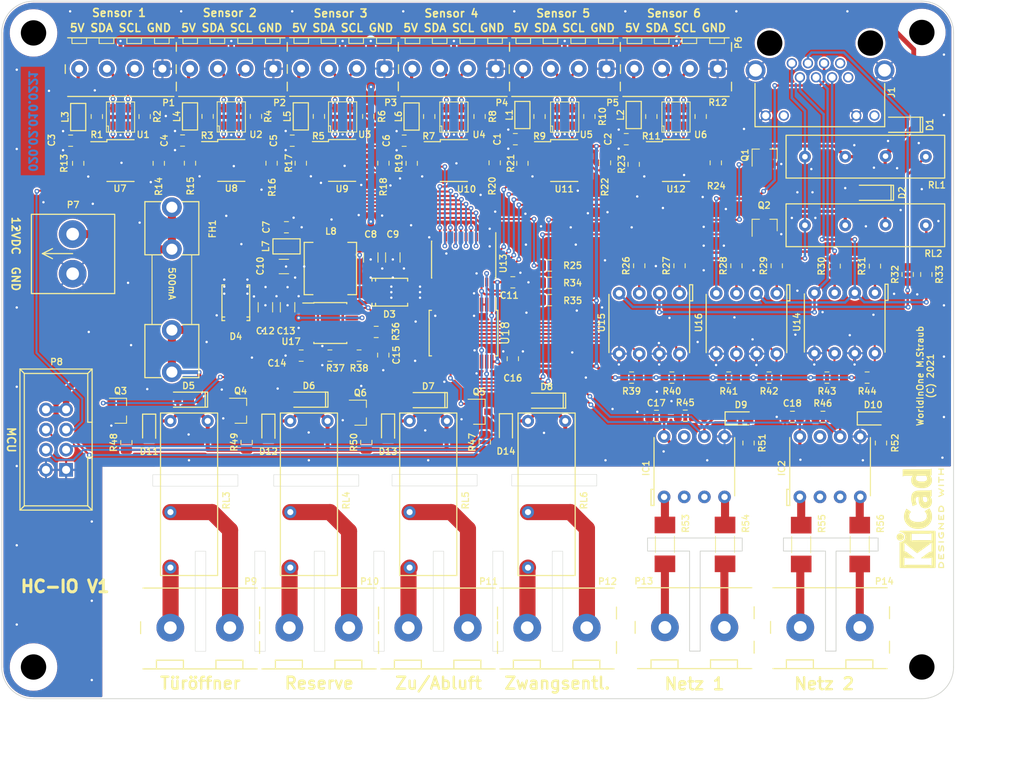
<source format=kicad_pcb>
(kicad_pcb (version 20210722) (generator pcbnew)
  (title_block (title "HomeControl Temperature/Humidity Sensor Interface") (date "2020-11-23") (rev "1.0") (company "WorldInOne M.Straub"))
  (layers (0 "F.Cu" signal) (31 "B.Cu" signal) (36 "B.SilkS" user "B.Silkscreen") (37 "F.SilkS" user "F.Silkscreen") (38 "B.Mask" user) (39 "F.Mask" user) (44 "Edge.Cuts" user))
  (net 0 "")
  (net 1 "Net-(D1-Pad2)")
  (net 2 "GND")
  (net 3 "Net-(C14-Pad1)")
  (net 4 "Net-(C15-Pad1)")
  (net 5 "Net-(D12-Pad1)")
  (net 6 "/5V ")
  (net 7 "Net-(IC2-Pad1)")
  (net 8 "Net-(L1-Pad2)")
  (net 9 "Net-(L2-Pad2)")
  (net 10 "Net-(L3-Pad2)")
  (net 11 "Net-(L4-Pad2)")
  (net 12 "/230V & general interface/230V1")
  (net 13 "Net-(L5-Pad2)")
  (net 14 "Net-(L6-Pad2)")
  (net 15 "Net-(R13-Pad2)")
  (net 16 "Net-(R17-Pad2)")
  (net 17 "/AM2315 sensors I2C interface/S0SDA")
  (net 18 "/AM2315 sensors I2C interface/S0SCL")
  (net 19 "/AM2315 sensors I2C interface/S1SDA")
  (net 20 "Net-(R18-Pad2)")
  (net 21 "/AM2315 sensors I2C interface/S1SCL")
  (net 22 "/AM2315 sensors I2C interface/S2SDA")
  (net 23 "Net-(R19-Pad2)")
  (net 24 "Net-(R20-Pad2)")
  (net 25 "Net-(IC1-Pad1)")
  (net 26 "/AM2315 sensors I2C interface/S2SCL")
  (net 27 "no_connect_(IC1-Pad2)")
  (net 28 "/SCL")
  (net 29 "/SDA")
  (net 30 "/AM2315 sensors I2C interface/S3SDA")
  (net 31 "/AM2315 sensors I2C interface/S3SCL")
  (net 32 "/AM2315 sensors I2C interface/S4SDA")
  (net 33 "Net-(P11-Pad1)")
  (net 34 "Net-(P11-Pad2)")
  (net 35 "Net-(P12-Pad1)")
  (net 36 "Net-(P12-Pad2)")
  (net 37 "no_connect_(IC1-Pad3)")
  (net 38 "no_connect_(IC2-Pad2)")
  (net 39 "/230V & general interface/230V2")
  (net 40 "Net-(IC2-Pad4)")
  (net 41 "no_connect_(IC2-Pad3)")
  (net 42 "Net-(R22-Pad2)")
  (net 43 "Net-(R23-Pad2)")
  (net 44 "/AM2315 sensors I2C interface/S4SCL")
  (net 45 "Net-(P13-Pad1)")
  (net 46 "Net-(P13-Pad2)")
  (net 47 "Net-(P14-Pad1)")
  (net 48 "/AM2315 sensors I2C interface/S5SDA")
  (net 49 "Net-(FH1-Pad1)")
  (net 50 "/AM2315 sensors I2C interface/S5SCL")
  (net 51 "Net-(R24-Pad2)")
  (net 52 "Net-(P14-Pad2)")
  (net 53 "no_connect_(U13-Pad17)")
  (net 54 "no_connect_(U13-Pad18)")
  (net 55 "no_connect_(U13-Pad19)")
  (net 56 "no_connect_(U13-Pad20)")
  (net 57 "Net-(D2-Pad2)")
  (net 58 "Net-(D13-Pad1)")
  (net 59 "Net-(D11-Pad1)")
  (net 60 "/12V")
  (net 61 "Net-(D14-Pad1)")
  (net 62 "Net-(D9-Pad2)")
  (net 63 "Net-(D12-Pad2)")
  (net 64 "Net-(R14-Pad2)")
  (net 65 "Net-(R15-Pad2)")
  (net 66 "Net-(R21-Pad2)")
  (net 67 "Net-(IC1-Pad4)")
  (net 68 "Net-(R16-Pad2)")
  (net 69 "/5VMCU")
  (net 70 "/NIORESET")
  (net 71 "Net-(D14-Pad2)")
  (net 72 "Net-(P9-Pad1)")
  (net 73 "/230V & general interface/AUX")
  (net 74 "/230V & general interface/DOOR")
  (net 75 "/230V & general interface/ZWANG")
  (net 76 "/230V & general interface/BTP6")
  (net 77 "/230V & general interface/ZUAB")
  (net 78 "/230V & general interface/ENTFON")
  (net 79 "Net-(R37-Pad2)")
  (net 80 "Net-(P9-Pad2)")
  (net 81 "Net-(P10-Pad1)")
  (net 82 "Net-(P10-Pad2)")
  (net 83 "Net-(D10-Pad2)")
  (net 84 "Net-(D11-Pad2)")
  (net 85 "Net-(R26-Pad1)")
  (net 86 "Net-(D13-Pad2)")
  (net 87 "Net-(R27-Pad1)")
  (net 88 "/NIOINT")
  (net 89 "/230V & general interface/BTP5")
  (net 90 "/230V & general interface/BTP4")
  (net 91 "/230V & general interface/BTP3")
  (net 92 "Net-(R28-Pad1)")
  (net 93 "/230V & general interface/BTP2")
  (net 94 "Net-(R30-Pad1)")
  (net 95 "no_connect_(U18-Pad4)")
  (net 96 "Net-(R29-Pad1)")
  (net 97 "Net-(R31-Pad1)")
  (net 98 "Net-(R32-Pad1)")
  (net 99 "Net-(R33-Pad1)")
  (net 100 "no_connect_(U18-Pad5)")
  (net 101 "no_connect_(J1-Pad8)")
  (net 102 "no_connect_(J1-Pad7)")
  (net 103 "/230V & general interface/BTP1")
  (net 104 "/230V & general interface/BTL6")
  (net 105 "/230V & general interface/BTL3")
  (net 106 "/230V & general interface/BTL4")
  (net 107 "/230V & general interface/BTL1")
  (net 108 "no_connect_(J1-PadGA)")
  (net 109 "no_connect_(J1-PadYA)")
  (net 110 "/230V & general interface/BTL7")
  (net 111 "/230V & general interface/ENTFRH")
  (net 112 "/230V & general interface/BTL5")
  (net 113 "Net-(D3-Pad1)")
  (net 114 "Net-(R36-Pad2)")
  (footprint "Resistor_SMD:R_0805_2012Metric" (layer "F.Cu") (at 200.8505 111.73968 90)
    (fp_text reference "R52")
    (fp_text value "4.7K")
  )
  (footprint "Resistor_SMD:R_0805_2012Metric" (layer "F.Cu") (at 204.216 90.4748 -90)
    (fp_text reference "R32")
    (fp_text value "10K")
  )
  (footprint "Resistor_SMD:R_0805_2012Metric" (layer "F.Cu") (at 182.626 89.378 90)
    (fp_text reference "R28")
    (fp_text value "150E")
  )
  (footprint "Diodes_SMD:SOD-323" (layer "F.Cu") (at 203.708 71.58736 180)
    (fp_text reference "D1")
    (fp_text value "1N4148WS")
  )
  (footprint "Housings_DIP:DIP-8_W7.62mm_Socketed" (layer "F.Cu") (at 173.504422 118.538283 90)
    (fp_text reference "IC1")
    (fp_text value "HCPL-3760")
  )
  (footprint "Housings_TO_SOT_SMD:SOT-23" (layer "F.Cu") (at 120.108696 107.66645)
    (fp_text reference "Q4")
    (fp_text value "BSS138")
  )
  (footprint "Terminal_Blocks:Terminal_Block_KF128_7.5mm-2pol" (layer "F.Cu") (at 115 135.04025 180)
    (fp_text reference "P9")
    (fp_text value "KF128-7.5-2")
  )
  (footprint "Inductors_SMD:INDC2012X110" (layer "F.Cu") (at 155.6385 70.358 90)
    (fp_text reference "L1")
    (fp_text value "FB")
  )
  (footprint "Inductors_SMD:INDC2012X110" (layer "F.Cu") (at 141.6685 70.5485 90)
    (fp_text reference "L6")
    (fp_text value "FB")
  )
  (footprint "Capacitor_SMD:C_0805_2012Metric_95" (layer "F.Cu") (at 168.7345 73.406 180)
    (fp_text reference "C2")
    (fp_text value "1µ")
  )
  (footprint "Capacitor_SMD:C_0805_2012Metric_95" (layer "F.Cu") (at 112.791 73.5815 180)
    (fp_text reference "C4")
    (fp_text value "1µ")
  )
  (footprint "Capacitor_SMD:C_0805_2012Metric_60" (layer "F.Cu") (at 189.687865 108.441002)
    (fp_text reference "C18")
    (fp_text value "100N")
  )
  (footprint "Capacitor_SMD:C_0805_2012Metric_95" (layer "F.Cu") (at 126.619 73.5965 180)
    (fp_text reference "C5")
    (fp_text value "1µ")
  )
  (footprint "Diodes_SMD:SMA_Standard" (layer "F.Cu") (at 119.507 94.0435 90)
    (fp_text reference "D4")
    (fp_text value "SS34")
  )
  (footprint "Terminal_Blocks:KF128-4-3.5" (layer "F.Cu") (at 132.9944 64.5 180)
    (fp_text reference "P3")
    (fp_text value "KF128-4-3.5")
  )
  (footprint "Capacitor_SMD:C_0805_2012Metric_60" (layer "F.Cu") (at 125.883858 84.5185)
    (fp_text reference "C7")
    (fp_text value "100N")
  )
  (footprint "Housings_DIP:DIP-8_W7.62mm_Socketed" (layer "F.Cu") (at 175.4505 92.85224 -90)
    (fp_text reference "U15")
    (fp_text value "LTV-827C")
  )
  (footprint "Housings_TO_SOT_SMD:SOT-23-6" (layer "F.Cu") (at 104.9655 70.612 90)
    (fp_text reference "U1")
    (fp_text value "USBLC6-2SC6")
  )
  (footprint "Resistor_SMD:R_0805_2012Metric" (layer "F.Cu") (at 159.0675 91.53144 180)
    (fp_text reference "R34")
    (fp_text value "2.2K")
  )
  (footprint "Resistor_SMD:R_0805_2012Metric" (layer "F.Cu") (at 186.7385 103.48468)
    (fp_text reference "R42")
    (fp_text value "1K")
  )
  (footprint "Capacitor_SMD:C_1206_3216Metric_95" (layer "F.Cu") (at 126.03099 94.615 90)
    (fp_text reference "C13")
    (fp_text value "22µ")
  )
  (footprint "Diodes_SMD:SOD-323" (layer "F.Cu") (at 158.691796 106.3962 180)
    (fp_text reference "D8")
    (fp_text value "1N4148WS")
  )
  (footprint "Resistor_SMD:R_0805_2012Metric" (layer "F.Cu") (at 101.981 70.5485 90)
    (fp_text reference "R1")
    (fp_text value "680E")
  )
  (footprint "Housings_TO_SOT_SMD:SOT-23" (layer "F.Cu") (at 150.182296 107.79345)
    (fp_text reference "Q5")
    (fp_text value "BSS138")
  )
  (footprint "Diodes_SMD:SOD-323" (layer "F.Cu") (at 113.547796 106.2692 180)
    (fp_text reference "D5")
    (fp_text value "1N4148WS")
  )
  (footprint "MountingHole:MountingHole_3.2mm_M3" (layer "F.Cu") (at 94 140)
    (fp_text reference "MH3" hide)
    (fp_text value "MHNP_M3")
  )
  (footprint "Resistor_SMD:R_0805_2012Metric" (layer "F.Cu") (at 122.047 70.5335 -90)
    (fp_text reference "R4")
    (fp_text value "680E")
  )
  (footprint "Resistor_SMD:R_0805_2012Metric" (layer "F.Cu") (at 108.0135 70.5485 -90)
    (fp_text reference "R2")
    (fp_text value "680E")
  )
  (footprint "Housings_SOIC:SOIC-8_3.9x4.9mm_Pitch1.27mm" (layer "F.Cu") (at 132.9055 76.185)
    (fp_text reference "U9")
    (fp_text value "P82B715")
  )
  (footprint "Inductors_SMD:INDC2012X110" (layer "F.Cu") (at 125.899858 86.9315 180)
    (fp_text reference "L7")
    (fp_text value "FB")
  )
  (footprint "Inductors_SMD:INDC2012X110" (layer "F.Cu") (at 113.7285 70.5335 90)
    (fp_text reference "L4")
    (fp_text value "FB")
  )
  (footprint "Resistor_SMD:R_0805_2012Metric" (layer "F.Cu") (at 150.241 70.5485 -90)
    (fp_text reference "R8")
    (fp_text value "680E")
  )
  (footprint "Housings_TO_SOT_SMD:SOT-23-6" (layer "F.Cu") (at 132.969 70.597 90)
    (fp_text reference "U3")
    (fp_text value "USBLC6-2SC6")
  )
  (footprint "Housings_TO_SOT_SMD:SOT-23-6" (layer "F.Cu") (at 175.006 70.612 90)
    (fp_text reference "U6")
    (fp_text value "USBLC6-2SC6")
  )
  (footprint "MountingHole:MountingHole_3.2mm_M3" (layer "F.Cu") (at 206 140)
    (fp_text reference "MH4" hide)
    (fp_text value "MHNP_M3")
  )
  (footprint "Resistor_SMD:R_0805_2012Metric" (layer "F.Cu") (at 113.7285 76.439 -90)
    (fp_text reference "R15")
    (fp_text value "2.2K")
  )
  (footprint "Housings_DIP:DIP-8_W7.62mm_Socketed" (layer "F.Cu") (at 200.0885 92.7862 -90)
    (fp_text reference "U14")
    (fp_text value "LTV-827C")
  )
  (footprint "Resistor_SMD:R_MELF_MMB-0207" (layer "F.Cu") (at 190.789032 124.55144 -90)
    (fp_text reference "R55")
    (fp_text value "82K")
  )
  (footprint "Resistor_SMD:R_0805_2012Metric" (layer "F.Cu") (at 171.8945 70.5485 90)
    (fp_text reference "R11")
    (fp_text value "680E")
  )
  (footprint "Housings_TO_SOT_SMD:SOT-23" (layer "F.Cu") (at 186.182 75.41768 90)
    (fp_text reference "Q1")
    (fp_text value "BSS138")
  )
  (footprint "Resistor_SMD:R_0805_2012Metric" (layer "F.Cu") (at 150.893496 111.63115 -90)
    (fp_text reference "R47")
    (fp_text value "3.3K")
  )
  (footprint "LEDs:LED_0805" (layer "F.Cu") (at 123.613896 110.00325 -90)
    (fp_text reference "D12")
    (fp_text value "LED0805-G")
  )
  (footprint "Housings_TO_SOT_SMD:SOT-23" (layer "F.Cu") (at 135.205071 107.91025)
    (fp_text reference "Q6")
    (fp_text value "BSS138")
  )
  (footprint "Resistor_SMD:R_0805_2012Metric" (layer "F.Cu") (at 195.0085 89.41816 90)
    (fp_text reference "R30")
    (fp_text value "150E")
  )
  (footprint "Housings_SOIC:SOIC-8_3.9x4.9mm_Pitch1.27mm" (layer "F.Cu") (at 147.0025 76.2)
    (fp_text reference "U10")
    (fp_text value "P82B715")
  )
  (footprint "Resistor_SMD:R_0805_2012Metric" (layer "F.Cu") (at 141.6835 76.454 -90)
    (fp_text reference "R19")
    (fp_text value "2.2K")
  )
  (footprint "Relays_THT:Relais_G5NB" (layer "F.Cu") (at 113.611296 118.2072 -90)
    (fp_text reference "RL3")
    (fp_text value "G5NB-5")
  )
  (footprint "Resistor_SMD:R_MELF_MMB-0207" (layer "F.Cu") (at 198.171835 124.55144 -90)
    (fp_text reference "R56")
    (fp_text value "82K")
  )
  (footprint "Resistor_SMD:R_0805_2012Metric" (layer "F.Cu") (at 169.672 76.581 -90)
    (fp_text reference "R23")
    (fp_text value "2.2K")
  )
  (footprint "Relays_THT:Relais_G5NB" (layer "F.Cu") (at 128.724296 118.2072 -90)
    (fp_text reference "RL4")
    (fp_text value "G5NB-5")
  )
  (footprint "Capacitor_SMD:C_1206_3216Metric_95" (layer "F.Cu") (at 123.23699 94.615 90)
    (fp_text reference "C12")
    (fp_text value "22µ")
  )
  (footprint "Relays_THT:Relais_G5NB" (layer "F.Cu") (at 143.769296 118.2072 -90)
    (fp_text reference "RL5")
    (fp_text value "G5NB-5")
  )
  (footprint "Resistor_SMD:R_0805_2012Metric" (layer "F.Cu") (at 137.20699 97.7265 180)
    (fp_text reference "R36")
    (fp_text value "27K")
  )
  (footprint "Terminal_Blocks:KF128-4-3.5" (layer "F.Cu") (at 175.006 64.516 180)
    (fp_text reference "P6")
    (fp_text value "KF128-4-3.5")
  )
  (footprint "Resistor_SMD:R_0805_2012Metric" (layer "F.Cu") (at 159.0675 93.71076 180)
    (fp_text reference "R35")
    (fp_text value "2.2K")
  )
  (footprint "Terminal_Blocks:Terminal_Block_KF128_7.5mm-2pol" (layer "F.Cu") (at 160 135.04025 180)
    (fp_text reference "P12")
    (fp_text value "KF128-7.5-2")
  )
  (footprint "Housings_SOIC:SOIC-8_3.9x4.9mm_Pitch1.27mm" (layer "F.Cu") (at 104.9655 76.2)
    (fp_text reference "U7")
    (fp_text value "P82B715")
  )
  (footprint "Resistor_SMD:R_0805_2012Metric" (layer "F.Cu") (at 166.0525 76.3905 -90)
    (fp_text reference "R22")
    (fp_text value "2.2K")
  )
  (footprint "Terminal_Blocks:KF128-4-3.5" (layer "F.Cu") (at 147.0152 64.516 180)
    (fp_text reference "P4")
    (fp_text value "KF128-4-3.5")
  )
  (footprint "Terminal_Blocks:KF128-4-3.5" (layer "F.Cu") (at 118.9912 64.516 180)
    (fp_text reference "P2")
    (fp_text value "KF128-4-3.5")
  )
  (footprint "Symbol:KiCad-Logo2_5mm_SilkScreen" (layer "F.Cu") (at 205.8035 121.24944 90)
    (fp_text reference "REF**" hide)
    (fp_text value "KiCad-Logo2_5mm_SilkScreen" hide)
  )
  (footprint "Housings_TO_SOT_SMD:SOT-23" (layer "F.Cu") (at 186.182 84.26704 90)
    (fp_text reference "Q2")
    (fp_text value "BSS138")
  )
  (footprint "Resistor_SMD:R_0805_2012Metric" (layer "F.Cu") (at 181.6585 103.48468)
    (fp_text reference "R41")
    (fp_text value "1K")
  )
  (footprint "Resistor_SMD:R_0805_2012Metric" (layer "F.Cu") (at 109.7915 76.454 -90)
    (fp_text reference "R14")
    (fp_text value "2.2K")
  )
  (footprint "Resistor_SMD:R_0805_2012Metric" (layer "F.Cu") (at 194.041 103.48468)
    (fp_text reference "R43")
    (fp_text value "1K")
  )
  (footprint "Terminal_Blocks:KF128-2-5.0" (layer "F.Cu") (at 98.933 87.884 90)
    (fp_text reference "P7")
    (fp_text value "KF128-2-5.0")
  )
  (footprint "Resistor_SMD:R_0805_2012Metric" (layer "F.Cu") (at 164.084 70.5485 -90)
    (fp_text reference "R10")
    (fp_text value "680E")
  )
  (footprint "Relays_THT:SIP-1A5" (layer "F.Cu") (at 198.882 75.6158)
    (fp_text reference "RL1")
    (fp_text value "SIP-1A5")
  )
  (footprint "Capacitor_SMD:C_0805_2012Metric_60" (layer "F.Cu") (at 154.432 101.10724 -90)
    (fp_text reference "C16")
    (fp_text value "100N")
  )
  (footprint "Resistor_SMD:R_0805_2012Metric" (layer "F.Cu") (at 105.704596 111.67965 -90)
    (fp_text reference "R48")
    (fp_text value "3.3K")
  )
  (footprint "Resistor_SMD:R_0805_2012Metric" (layer "F.Cu") (at 124.0155 76.439 -90)
    (fp_text reference "R16")
    (fp_text value "2.2K")
  )
  (footprint "Housings_SSOP:TSSOP-24_4.4x7.8mm_Pitch0.65mm" (layer "F.Cu") (at 148.209 88.59827 -90)
    (fp_text reference "U13")
    (fp_text value "PCA9548A")
  )
  (footprint "Capacitor_SMD:C_1206_3216Metric_95" (layer "F.Cu") (at 136.52049 88.3315 -90)
    (fp_text reference "C8")
    (fp_text value "22µ")
  )
  (footprint "Resistor_SMD:R_MELF_MMB-0207" (layer "F.Cu") (at 173.609 124.5333 -90)
    (fp_text reference "R53")
    (fp_text value "82K")
  )
  (footprint "Terminal_Blocks:Terminal_Block_KF128_7.5mm-2pol" (layer "F.Cu") (at 145 135.04025 180)
    (fp_text reference "P11")
    (fp_text value "KF128-7.5-2")
  )
  (footprint "Housings_DIP:DIP-8_W7.62mm_Socketed" (layer "F.Cu") (at 190.618835 118.538283 90)
    (fp_text reference "IC2")
    (fp_text value "HCPL-3760")
  )
  (footprint "Housings_TO_SOT_SMD:SOT-23-6" (layer "F.Cu") (at 118.9355 70.597 90)
    (fp_text reference "U2")
    (fp_text value "USBLC6-2SC6")
  )
  (footprint "Fuse_Holders_and_Fuses:Fuseholder5x20_horizontal_open_inline_1" (layer "F.Cu") (at 111.4425 92.3925 -90)
    (fp_text reference "FH1")
    (fp_text value "FC5X20")
  )
  (footprint "Terminal_Blocks:Terminal_Block_KF128_7.5mm-2pol" (layer "F.Cu") (at 130 135.04025 180)
    (fp_text reference "P10")
    (fp_text value "KF128-7.5-2")
  )
  (footprint "Capacitor_SMD:C_0805_2012Metric_60" (layer "F.Cu") (at 154.432 91.4654)
    (fp_text reference "C11")
    (fp_text value "100N")
  )
  (footprint "LEDs:LED_0805" (layer "F.Cu") (at 108.577096 110.00325 -90)
    (fp_text reference "D11")
    (fp_text value "LED0805-G")
  )
  (footprint "Resistor_SMD:R_0805_2012Metric" (layer "F.Cu") (at 175.4505 89.378 90)
    (fp_text reference "R27")
    (fp_text value "150E")
  )
  (footprint "Capacitor_SMD:C_0805_2012Metric_60" (layer "F.Cu") (at 138.09599 100.6475 -90)
    (fp_text reference "C15")
    (fp_text value "1.8N")
  )
  (footprint "Resistor_SMD:R_0805_2012Metric" (layer "F.Cu") (at 200.0885 89.41816 90)
    (fp_text reference "R31")
    (fp_text value "560E")
  )
  (footprint "Capacitor_SMD:C_0805_2012Metric_60" (layer "F.Cu") (at 127.74549 100.711 180)
    (fp_text reference "C14")
    (fp_text value "100N")
  )
  (footprint "Resistor_SMD:R_0805_2012Metric" (layer "F.Cu") (at 131.36499 100.711)
    (fp_text reference "R37")
    (fp_text value "9.53K")
  )
  (footprint "Housings_TO_SOT_SMD:SOT-23-6" (layer "F.Cu") (at 160.9725 70.612 90)
    (fp_text reference "U5")
    (fp_text value "USBLC6-2SC6")
  )
  (footprint "Relays_THT:Relais_G5NB" (layer "F.Cu") (at 158.691796 118.2072 -90)
    (fp_text reference "RL6")
    (fp_text value "G5NB-5")
  )
  (footprint "Connectors:RJ45_LEDs_Shield" (layer "F.Cu") (at 199.517 61.28512 180)
    (fp_text reference "J1")
    (fp_text value "RJ45_LEDs_Shield")
  )
  (footprint "LEDs:LED_0805" (layer "F.Cu") (at 183.10098 108.6358)
    (fp_text reference "D9")
    (fp_text value "LED0805-Y")
  )
  (footprint "LEDs:LED_0805" (layer "F.Cu") (at 153.560496 109.95245 -90)
    (fp_text reference "D14")
    (fp_text value "LED0805-G")
  )
  (footprint "Resistor_SMD:R_0805_2012Metric" (layer "F.Cu") (at 184.15 111.73968 90)
    (fp_text reference "R51")
    (fp_text value "4.7K")
  )
  (footprint "Resistor_SMD:R_0805_2012Metric" (layer "F.Cu") (at 129.9845 70.5335 90)
    (fp_text reference "R5")
    (fp_text value "680E")
  )
  (footprint "Housings_SOIC:SOIC-8_3.9x4.9mm_Pitch1.27mm" (layer "F.Cu") (at 118.9355 76.185)
    (fp_text reference "U8")
    (fp_text value "P82B715")
  )
  (footprint "Capacitor_SMD:C_0805_2012Metric_60" (layer "F.Cu") (at 172.547322 108.321622)
    (fp_text reference "C17")
    (fp_text value "100N")
  )
  (footprint "Resistor_SMD:R_0805_2012Metric" (layer "F.Cu") (at 127.6985 76.439 -90)
    (fp_text reference "R17")
    (fp_text value "2.2K")
  )
  (footprint "Housings_TO_SOT_SMD:SOT-23" (layer "F.Cu") (at 104.970296 107.66645)
    (fp_text reference "Q3")
    (fp_text value "BSS138")
  )
  (footprint "LEDs:LED_0805" (layer "F.Cu") (at 138.701496 109.98547 -90)
    (fp_text reference "D13")
    (fp_text value "LED0805-G")
  )
  (footprint "Terminal_Blocks:KF128-4-3.5" (layer "F.Cu") (at 160.9852 64.516 180)
    (fp_text reference "P5")
    (fp_text value "KF128-4-3.5")
  )
  (footprint "Resistor_SMD:R_0805_2012Metric" (layer "F.Cu") (at 115.951 70.5335 90)
    (fp_text reference "R3")
    (fp_text value "680E")
  )
  (footprint "Relays_THT:SIP-1A5" (layer "F.Cu") (at 198.882 84.26704)
    (fp_text reference "RL2")
    (fp_text value "SIP-1A5")
  )
  (footprint "Housings_DIP:DIP-8_W7.62mm_Socketed" (layer "F.Cu") (at 187.706 92.85224 -90)
    (fp_text reference "U16")
    (fp_text value "LTV-827C")
  )
  (footprint "Resistor_SMD:R_0805_2012Metric" (layer "F.Cu") (at 155.6385 76.454 -90)
    (fp_text reference "R21")
    (fp_text value "2.2K")
  )
  (footprint "Resistor_SMD:R_MELF_MMB-0207" (layer "F.Cu") (at 181.187922 124.5333 -90)
    (fp_text reference "R54")
    (fp_text value "82K")
  )
  (footprint "Inductors_SMD:INDC2012X110" (layer "F.Cu") (at 99.6315 70.612 90)
    (fp_text reference "L3")
    (fp_text value "FB")
  )
  (footprint "Resistor_SMD:R_0805_2012Metric" (layer "F.Cu") (at 206.5655 90.4748 -90)
    (fp_text reference "R33")
    (fp_text value "10K")
  )
  (footprint "Terminal_Blocks:KF128-4-3.5" (layer "F.Cu") (at 105.0036 64.516 180)
    (fp_text reference "P1")
    (fp_text value "KF128-4-3.5")
  )
  (footprint "Housings_SOIC:SOIC-8-1EP_3.9x4.9mm_Pitch1.27mm_PowerPAD" (layer "F.Cu") (at 131.42149 96.604)
    (fp_text reference "U17")
    (fp_text value "AOZ3015")
  )
  (footprint "Diodes_SMD:SOD-323" (layer "F.Cu") (at 143.769296 106.3327 180)
    (fp_text reference "D7")
    (fp_text value "1N4148WS")
  )
  (footprint "Resistor_SMD:R_0805_2012Metric" (layer "F.Cu") (at 138.1125 76.439 -90)
    (fp_text reference "R18")
    (fp_text value "2.2K")
  )
  (footprint "Diodes_SMD:SOD-323" (layer "F.Cu") (at 128.724296 106.2692 180)
    (fp_text reference "D6")
    (fp_text value "1N4148WS")
  )
  (footprint "LEDs:LED_0805" (layer "F.Cu") (at 199.771 108.6358)
    (fp_text reference "D10")
    (fp_text value "LED0805-Y")
  )
  (footprint "Inductors_SMD:INDC2012X110" (layer "F.Cu") (at 169.672 70.358 90)
    (fp_text reference "L2")
    (fp_text value "FB")
  )
  (footprint "Capacitor_SMD:C_1206_3216Metric_95" (layer "F.Cu") (at 139.30249 88.3315 -90)
    (fp_text reference "C9")
    (fp_text value "22µ")
  )
  (footprint "Resistor_SMD:R_0805_2012Metric" (layer "F.Cu") (at 187.706 89.378 90)
    (fp_text reference "R29")
    (fp_text value "150E")
  )
  (footprint "Housings_SOIC:SOIC-8_3.9x4.9mm_Pitch1.27mm" (layer "F.Cu") (at 160.909 76.2)
    (fp_text reference "U11")
    (fp_text value "P82B715")
  )
  (footprint "Resistor_SMD:R_0805_2012Metric" (layer "F.Cu") (at 143.891 70.5485 90)
    (fp_text reference "R7")
    (fp_text value "680E")
  )
  (footprint "Resistor_SMD:R_0805_2012Metric" (layer "F.Cu") (at 180.0225 76.3905 -90)
    (fp_text reference "R24")
    (fp_text value "2.2K")
  )
  (footprint "Resistor_SMD:R_0805_2012Metric" (layer "F.Cu") (at 136.2075 70.5335 -90)
    (fp_text reference "R6")
    (fp_text value "680E")
  )
  (footprint "Capacitor_SMD:C_0805_2012Metric_95" (layer "F.Cu") (at 140.731 73.5965 180)
    (fp_text reference "C6")
    (fp_text value "1µ")
  )
  (footprint "Diodes_SMD:SOD-323" (layer "F.Cu") (at 200.025 80.17256 180)
    (fp_text reference "D2")
    (fp_text value "1N4148WS")
  )
  (footprint "Capacitor_SMD:C_0805_2012Metric_95" (layer "F.Cu") (at 98.679 73.5965 180)
    (fp_text reference "C3")
    (fp_text value "1µ")
  )
  (footprint "Resistor_SMD:R_0805_2012Metric" (layer "F.Cu") (at 193.531365 108.441362)
    (fp_text reference "R46")
    (fp_text value "4.7K")
  )
  (footprint "Resistor_SMD:R_0805_2012Metric" (layer "F.Cu") (at 170.3705 89.378 90)
    (fp_text reference "R26")
    (fp_text value "150E")
  )
  (footprint "Capacitor_SMD:C_0805_2012Metric_95" (layer "F.Cu") (at 154.7495 73.406 180)
    (fp_text reference "C1")
    (fp_text value "1µ")
  )
  (footprint "Housings_TO_SOT_SMD:SOT-23-6" (layer "F.Cu") (at 147.0025 70.612 90)
    (fp_text reference "U4")
    (fp_text value "USBLC6-2SC6")
  )
  (footprint "Terminal_Blocks:Terminal_Block_KF128_7.5mm-2pol" (layer "F.Cu") (at 194.425335 135.00136 180)
    (fp_text reference "P14")
    (fp_text value "KF128-7.5-2")
  )
  (footprint "Capacitor_SMD:C_1206_3216Metric_95" (layer "F.Cu") (at 125.566358 89.4715)
    (fp_text reference "C10")
    (fp_text value "22µ")
  )
  (footprint "Resistor_SMD:R_0805_2012Metric" (layer "F.Cu") (at 159.0675 89.35212)
    (fp_text reference "R25")
    (fp_text value "2.2K")
  )
  (footprint "Resistor_SMD:R_0805_2012Metric" (layer "F.Cu") (at 178.1175 70.5485 -90)
    (fp_text reference "R12")
    (fp_text value "680E")
  )
  (footprint "MountingHole:MountingHole_3.2mm_M3" (layer "F.Cu") (at 206 59.946)
    (fp_text reference "MH2" hide)
    (fp_text value "MHNP_M3")
  )
  (footprint "Inductors_SMD:Inductor_0630" (layer "F.Cu") (at 131.42849 89.7255 90)
    (fp_text reference "L8")
    (fp_text value "10µ")
  )
  (footprint "Terminal_Blocks:Terminal_Block_KF128_7.5mm-2pol" (layer "F.Cu") (at 177.355634 135.001421 180)
    (fp_text reference "P13")
    (fp_text value "KF128-7.5-2")
  )
  (footprint "Resistor_SMD:R_0805_2012Metric" (layer "F.Cu") (at 176.174922 108.296222)
    (fp_text reference "R45")
    (fp_text value "4.7K")
  )
  (footprint "Resistor_SMD:R_0805_2012Metric" (layer "F.Cu") (at 152.146 76.3905 -90)
    (fp_text reference "R20")
    (fp_text value "2.2K")
  )
  (footprint "Resistor_SMD:R_0805_2012Metric" (layer "F.Cu") (at 199.106 103.48468)
    (fp_text reference "R44")
    (fp_text value "1K")
  )
  (footprint "Resistor_SMD:R_0805_2012Metric" (layer "F.Cu") (at 135.04799 100.711)
    (fp_text reference "R38")
    (fp_text value "49.9K")
  )
  (footprint "Inductors_SMD:INDC2012X110" (layer "F.Cu") (at 127.6985 70.5335 90)
    (fp_text reference "L5")
    (fp_text value "FB")
  )
  (footprint "Resistor_SMD:R_0805_2012Metric" (layer "F.Cu") (at 120.870696 111.65655 -90)
    (fp_text reference "R49")
    (fp_text value "3.3K")
  )
  (footprint "Resistor_SMD:R_0805_2012Metric" (layer "F.Cu") (at 157.7975 70.5485 90)
    (fp_text reference "R9")
    (fp_text value "680E")
  )
  (footprint "Connectors:IDC_Header_Straight_8pins" (layer "F.Cu") (at 96.8375 111.3155 90)
    (fp_text reference "P8")
    (fp_text value "IDCMV-4-2")
  )
  (footprint "Resistor_SMD:R_0805_2012Metric" (layer "F.Cu") (at 174.483 103.48468)
    (fp_text reference "R40")
    (fp_text value "1K")
  )
  (footprint "Resistor_SMD:R_0805_2012Metric" (layer "F.Cu") (at 169.403 103.48468)
    (fp_text reference "R39")
    (fp_text value "1K")
  )
  (footprint "Resistor_SMD:R_0805_2012Metric" (layer "F.Cu") (at 99.6315 76.454 -90)
    (fp_text reference "R13")
    (fp_text value "2.2K")
  )
  (footprint "Diodes_SMD:SMA_Standard" (layer "F.Cu") (at 138.92149 92.71)
    (fp_text reference "D3")
    (fp_text value "SS34")
  )
  (footprint "Housings_SOIC:SOIC-8_3.9x4.9mm_Pitch1.27mm" (layer "F.Cu") (at 175.006 76.2)
    (fp_text reference "U12")
    (fp_text value "P82B715")
  )
  (footprint "Resistor_SMD:R_0805_2012Metric" (layer "F.Cu") (at 135.958296 111.65655 -90)
    (fp_text reference "R50")
    (fp_text value "3.3K")
  )
  (footprint "Housings_SSOP:SSOP-24_5.3x8.2mm_Pitch0.65mm" (layer "F.Cu") (at 148.209 97.87128 -90)
    (fp_text reference "U18")
    (fp_text value "PCF8575")
  )
  (footprint "MountingHole:MountingHole_3.2mm_M3" (layer "F.Cu") (at 94 60)
    (fp_text reference "MH1" hide)
    (fp_text value "MHNP_M3")
  )
  (gr_arc (start 93.999998 60) (end 94 56) (angle -90) (layer "Edge.Cuts") (width 0.1))
  (gr_arc (start 94 140) (end 90 139.999998) (angle -90) (layer "Edge.Cuts") (width 0.1))
  (gr_rect (start 153.228796 138.01713) (end 151.895296 125.38825) (layer "Edge.Cuts") (width 0.05) (fill none))
  (gr_rect (start 135.010296 115.7307) (end 124.278796 117.1912) (layer "Edge.Cuts") (width 0.05) (fill none))
  (gr_poly (pts (xy 188.551585 125.37011) (xy 193.853835 125.37011) (xy 193.853835 137.99899) (xy 195.187335 137.99899) (xy 195.187335 125.37011) (xy 200.489585 125.37011) (xy 200.489585 123.71911) (xy 188.551585 123.71911) (xy 188.551585 125.37011)) (layer "Edge.Cuts") (width 0.1) (fill none))
  (gr_rect (start 138.228796 138.01713) (end 136.895296 125.38825) (layer "Edge.Cuts") (width 0.05) (fill none))
  (gr_line (start 94 56) (end 206 56) (layer "Edge.Cuts") (width 0.1))
  (gr_rect (start 145.728796 138.01713) (end 144.395296 125.38825) (layer "Edge.Cuts") (width 0.05) (fill none))
  (gr_arc (start 206 139.999998) (end 205.999998 143.999998) (angle -90) (layer "Edge.Cuts") (width 0.1))
  (gr_rect (start 119.770796 115.7307) (end 109.039296 117.1912) (layer "Edge.Cuts") (width 0.05) (fill none))
  (gr_rect (start 115.728796 138.01713) (end 114.395296 125.38825) (layer "Edge.Cuts") (width 0.05) (fill none))
  (gr_rect (start 165.014046 115.70208) (end 154.282546 117.16258) (layer "Edge.Cuts") (width 0.05) (fill none))
  (gr_line (start 210 60) (end 210 140) (layer "Edge.Cuts") (width 0.1))
  (gr_line (start 205.999998 143.999998) (end 93.999998 144) (layer "Edge.Cuts") (width 0.1))
  (gr_poly (pts (xy 171.41825 125.37011) (xy 176.7205 125.37011) (xy 176.7205 137.99899) (xy 178.054 137.99899) (xy 178.054 125.37011) (xy 183.35625 125.37011) (xy 183.35625 123.71911) (xy 171.41825 123.71911) (xy 171.41825 125.37011)) (layer "Edge.Cuts") (width 0.1) (fill none))
  (gr_rect (start 149.932796 115.70208) (end 139.201296 117.16258) (layer "Edge.Cuts") (width 0.05) (fill none))
  (gr_rect (start 123.228796 138.01713) (end 121.895296 125.38825) (layer "Edge.Cuts") (width 0.05) (fill none))
  (gr_arc (start 206 59.999998) (end 210 60) (angle -90) (layer "Edge.Cuts") (width 0.1))
  (gr_line (start 90 140) (end 90 60) (layer "Edge.Cuts") (width 0.1))
  (gr_rect (start 160.728796 138.01713) (end 159.395296 125.38825) (layer "Edge.Cuts") (width 0.05) (fill none))
  (gr_rect (start 130.728796 138.01713) (end 129.395296 125.38825) (layer "Edge.Cuts") (width 0.05) (fill none))
  (gr_text "020.02.010.0221" (at 93.90975 71.11462 270) (layer "B.Cu") (effects (font (size 0.9906 0.9906) (thickness 0.24765)) (justify mirror)))
  (gr_text "Zu/Abluft" (at 145.061296 142.04375) (layer "F.SilkS") (effects (font (size 1.5 1.5) (thickness 0.3))))
  (gr_text "Netz 2" (at 193.695335 142.113) (layer "F.SilkS") (effects (font (size 1.5 1.5) (thickness 0.3))))
  (gr_text "5V SDA SCL GND" (at 104.9655 59.36975) (layer "F.SilkS") (effects (font (size 1 1) (thickness 0.2))))
  (gr_text "Türöffner" (at 115.030296 142.04375) (layer "F.SilkS") (effects (font (size 1.5 1.5) (thickness 0.3))))
  (gr_text "Sensor 1" (at 104.775 57.46475) (layer "F.SilkS") (effects (font (size 1 1) (thickness 0.2))))
  (gr_text "500mA" (at 111.4425 91.6305 270) (layer "F.SilkS") (effects (font (size 0.8128 0.8128) (thickness 0.1524))))
  (gr_text "5V SDA SCL GND" (at 132.969 59.36975) (layer "F.SilkS") (effects (font (size 1 1) (thickness 0.2))))
  (gr_text "Sensor 3" (at 132.715 57.52825) (layer "F.SilkS") (effects (font (size 1 1) (thickness 0.2))))
  (gr_text "HC-IO V1" (at 97.9805 129.83464) (layer "F.SilkS") (effects (font (size 1.5 1.5) (thickness 0.375))))
  (gr_text "Reserve" (at 130.016296 142.04375) (layer "F.SilkS") (effects (font (size 1.5 1.5) (thickness 0.3))))
  (gr_text "Sensor 6" (at 174.752 57.52825) (layer "F.SilkS") (effects (font (size 1 1) (thickness 0.2))))
  (gr_text "Netz 1" (at 177.338731 142.131561) (layer "F.SilkS") (effects (font (size 1.5 1.5) (thickness 0.3))))
  (gr_text "MCU" (at 91.186 111.34344 270) (layer "F.SilkS") (effects (font (size 1 1) (thickness 0.2))))
  (gr_text "5V SDA SCL GND" (at 160.909 59.36975) (layer "F.SilkS") (effects (font (size 1 1) (thickness 0.2))))
  (gr_text "Sensor 4" (at 146.685 57.52825) (layer "F.SilkS") (effects (font (size 1 1) (thickness 0.2))))
  (gr_text "Sensor 2" (at 118.745 57.46475) (layer "F.SilkS") (effects (font (size 1 1) (thickness 0.2))))
  (gr_text "5V SDA SCL GND" (at 174.9425 59.36975) (layer "F.SilkS") (effects (font (size 1 1) (thickness 0.2))))
  (gr_text "Zwangsentl." (at 160.047296 142.04375) (layer "F.SilkS") (effects (font (size 1.5 1.5) (thickness 0.3))))
  (gr_text "5V SDA SCL GND" (at 147.0025 59.36975) (layer "F.SilkS") (effects (font (size 1 1) (thickness 0.2))))
  (gr_text "WorldInOne M.Straub\n(C) 2021" (at 206.4385 103.28656 90) (layer "F.SilkS") (effects (font (size 0.8128 0.8128) (thickness 0.1524))))
  (gr_text "12VDC  GND" (at 91.7575 87.884 270) (layer "F.SilkS") (effects (font (size 1 1) (thickness 0.2))))
  (gr_text "5V SDA SCL GND" (at 118.999 59.36975) (layer "F.SilkS") (effects (font (size 1 1) (thickness 0.2))))
  (gr_text "Sensor 5" (at 160.782 57.52825) (layer "F.SilkS") (effects (font (size 1 1) (thickness 0.2))))
  (segment (start 194.99388 74.26768) (end 196.342 75.6158) (width 0.4064) (layer "F.Cu") (net 1))
  (segment (start 198.32956 75.6158) (end 202.358 71.58736) (width 0.4064) (layer "F.Cu") (net 1))
  (segment (start 196.342 75.6158) (end 198.32956 75.6158) (width 0.4064) (layer "F.Cu") (net 1))
  (segment (start 186.182 74.26768) (end 194.99388 74.26768) (width 0.4064) (layer "F.Cu") (net 1))
  (segment (start 130.41249 99.5045) (end 130.41249 100.696) (width 0.4064) (layer "F.Cu") (net 2))
  (segment (start 97.7415 73.5965) (end 97.7415 72.405) (width 0.4064) (layer "F.Cu") (net 2))
  (segment (start 155.68906 100.16974) (end 155.702 100.18268) (width 0.4064) (layer "F.Cu") (net 2))
  (segment (start 153.812 73.406) (end 153.812 74.564) (width 0.4064) (layer "F.Cu") (net 2))
  (segment (start 167.797 72.2145) (end 167.782 72.1995) (width 0.4064) (layer "F.Cu") (net 2))
  (segment (start 118.65102 92.9005) (end 120.42902 91.1225) (width 0.4064) (layer "F.Cu") (net 2))
  (segment (start 154.432 100.16974) (end 155.68906 100.16974) (width 0.4064) (layer "F.Cu") (net 2))
  (segment (start 172.306 78.105) (end 171.0055 78.105) (width 0.4064) (layer "F.Cu") (net 2))
  (segment (start 126.03099 92.075) (end 126.03099 93.215) (width 0.4064) (layer "F.Cu") (net 2))
  (segment (start 158.209 78.105) (end 156.9085 78.105) (width 0.4064) (layer "F.Cu") (net 2))
  (segment (start 172.847 99.12604) (end 172.847 100.48866) (width 0.3048) (layer "F.Cu") (net 2))
  (segment (start 118.58498 91.1225) (end 118.0465 91.1225) (width 0.4064) (layer "F.Cu") (net 2))
  (segment (start 140.92047 92.71) (end 141.61897 93.4085) (width 0.4064) (layer "F.Cu") (net 2))
  (segment (start 120.42902 91.1225) (end 120.9675 91.1225) (width 0.4064) (layer "F.Cu") (net 2))
  (segment (start 139.30249 89.7315) (end 140.69349 89.7315) (width 0.4064) (layer "F.Cu") (net 2))
  (segment (start 132.969 72.8195) (end 132.969 71.697) (width 0.4064) (layer "F.Cu") (net 2))
  (segment (start 160.9725 71.712) (end 160.9725 72.771) (width 0.4064) (layer "F.Cu") (net 2))
  (segment (start 144.3025 78.105) (end 143.002 78.105) (width 0.4064) (layer "F.Cu") (net 2))
  (segment (start 140.69349 89.7315) (end 140.69949 89.7255) (width 0.4064) (layer "F.Cu") (net 2))
  (segment (start 156.4005 91.4654) (end 155.3695 91.4654) (width 0.4064) (layer "F.Cu") (net 2))
  (segment (start 128.72149 97.239) (end 127.44849 97.239) (width 0.4064) (layer "F.Cu") (net 2))
  (segment (start 139.7935 72.405) (end 139.7785 72.39) (width 0.4064) (layer "F.Cu") (net 2))
  (segment (start 130.269 78.09) (end 128.9685 78.09) (width 0.4064) (layer "F.Cu") (net 2))
  (segment (start 124.63399 93.218) (end 123.23999 93.218) (width 0.4064) (layer "F.Cu") (net 2))
  (segment (start 187.132 85.41704) (end 188.25018 85.41704) (width 0.4064) (layer "F.Cu") (net 2))
  (segment (start 126.79299 83.312) (end 126.79299 84.490132) (width 0.4064) (layer "F.Cu") (net 2))
  (segment (start 140.92047 92.71) (end 140.22197 92.0115) (width 0.4064) (layer "F.Cu") (net 2))
  (segment (start 119.507 92.04452) (end 118.58498 91.1225) (width 0.4064) (layer "F.Cu") (net 2))
  (segment (start 125.8085 72.39) (end 125.7935 72.375) (width 0.4064) (layer "F.Cu") (net 2))
  (segment (start 126.966358 89.4715) (end 128.12649 89.4715) (width 0.4064) (layer "F.Cu") (net 2))
  (segment (start 126.966358 89.4715) (end 125.84049 89.4715) (width 0.4064) (layer "F.Cu") (net 2))
  (segment (start 142.73149 92.71) (end 140.92047 92.71) (width 0.4064) (layer "F.Cu") (net 2))
  (segment (start 153.812 73.406) (end 153.812 72.248) (width 0.4064) (layer "F.Cu") (net 2))
  (segment (start 120.9675 92.0115) (end 119.54002 92.0115) (width 0.4064) (layer "F.Cu") (net 2))
  (segment (start 126.03099 94.361) (end 126.03099 93.215) (width 0.4064) (layer "F.Cu") (net 2))
  (segment (start 151.1785 85.78081) (end 151.1785 86.59481) (width 0.254) (layer "F.Cu") (net 2))
  (segment (start 167.797 73.406) (end 167.797 72.2145) (width 0.4064) (layer "F.Cu") (net 2))
  (segment (start 151.1785 85.78081) (end 151.1785 85.04531) (width 0.254) (layer "F.Cu") (net 2))
  (segment (start 97.7415 74.788) (end 97.7265 74.803) (width 0.4064) (layer "F.Cu") (net 2))
  (segment (start 167.797 73.406) (end 167.797 74.5975) (width 0.4064) (layer "F.Cu") (net 2))
  (segment (start 140.22197 93.4085) (end 139.11199 93.4085) (width 0.4064) (layer "F.Cu") (net 2))
  (segment (start 117.939496 108.61645) (end 117.924296 108.63165) (width 0.4064) (layer "F.Cu") (net 2))
  (segment (start 136.52049 90.8565) (end 136.50849 90.8685) (width 0.4064) (layer "F.Cu") (net 2))
  (segment (start 127.80899 84.5185) (end 126.821358 84.5185) (width 0.4064) (layer "F.Cu") (net 2))
  (segment (start 185.136 101.90226) (end 185.136 100.52216) (width 0.4064) (layer "F.Cu") (net 2))
  (segment (start 97.7415 73.5965) (end 97.7415 74.788) (width 0.4064) (layer "F.Cu") (net 2))
  (segment (start 139.11199 92.71) (end 140.92047 92.71) (width 0.4064) (layer "F.Cu") (net 2))
  (segment (start 144.634 94.62504) (end 144.634 95.67296) (width 0.3048) (layer "F.Cu") (net 2))
  (segment (start 121.83999 93.218) (end 123.23399 93.218) (width 0.4064) (layer "F.Cu") (net 2))
  (segment (start 175.006 71.712) (end 175.006 72.771) (width 0.4064) (layer "F.Cu") (net 2))
  (segment (start 167.8005 101.83368) (end 167.8005 100.52216) (width 0.4064) (layer "F.Cu") (net 2))
  (segment (start 171.09567 107.80747) (end 170.127547 107.80747) (width 0.3048) (layer "F.Cu") (net 2))
  (segment (start 123.23699 94.361) (end 123.23699 93.215) (width 0.4064) (layer "F.Cu") (net 2))
  (segment (start 136.52049 89.7315) (end 136.52049 90.8565) (width 0.4064) (layer "F.Cu") (net 2))
  (segment (start 147.0025 71.712) (end 147.0025 72.8345) (width 0.4064) (layer "F.Cu") (net 2))
  (segment (start 104.9655 72.898) (end 104.9655 71.712) (width 0.508) (layer "F.Cu") (net 2))
  (segment (start 151.8285 85.78081) (end 151.8285 86.61781) (width 0.254) (layer "F.Cu") (net 2))
  (segment (start 123.23699 92.075) (end 123.23699 93.215) (width 0.4064) (layer "F.Cu") (net 2))
  (segment (start 151.1785 85.04531) (end 151.515 84.70881) (width 0.254) (layer "F.Cu") (net 2))
  (segment (start 139.30249 89.7315) (end 139.30249 88.5825) (width 0.4064) (layer "F.Cu") (net 2))
  (segment (start 126.03099 93.215) (end 127.42499 93.215) (width 0.4064) (layer "F.Cu") (net 2))
  (segment (start 153.812 74.564) (end 153.8605 74.6125) (width 0.4064) (layer "F.Cu") (net 2))
  (segment (start 149.834 101.47128) (end 149.834 100.2786) (width 0.3048) (layer "F.Cu") (net 2))
  (segment (start 171.609822 108.321622) (end 171.09567 107.80747) (width 0.3048) (layer "F.Cu") (net 2))
  (segment (start 97.7415 72.405) (end 97.7265 72.39) (width 0.4064) (layer "F.Cu") (net 2))
  (segment (start 127.44849 97.239) (end 127.42799 97.2185) (width 0.4064) (layer "F.Cu") (net 2))
  (segment (start 167.797 74.5975) (end 167.782 74.6125) (width 0.4064) (layer "F.Cu") (net 2))
  (segment (start 126.966358 90.851368) (end 126.98349 90.8685) (width 0.4064) (layer "F.Cu") (net 2))
  (segment (start 139.7935 73.5965) (end 139.7935 72.405) (width 0.4064) (layer "F.Cu") (net 2))
  (segment (start 137.96299 89.7315) (end 137.96899 89.7255) (width 0.4064) (layer "F.Cu") (net 2))
  (segment (start 149.834 91.44827) (end 149.834 90.36872) (width 0.3048) (layer "F.Cu") (net 2))
  (segment (start 124.63399 93.218) (end 126.02799 93.218) (width 0.4064) (layer "F.Cu") (net 2))
  (segment (start 149.834 90.36872) (end 149.86 90.34272) (width 0.3048) (layer "F.Cu") (net 2))
  (segment (start 120.36298 92.9005) (end 120.9675 92.9005) (width 0.4064) (layer "F.Cu") (net 2))
  (segment (start 118.958696 108.61645) (end 117.939496 108.61645) (width 0.4064) (layer "F.Cu") (net 2))
  (segment (start 127.42499 93.215) (end 127.42799 93.218) (width 0.4064) (layer "F.Cu") (net 2))
  (segment (start 125.77699 100.711) (end 126.80799 100.711) (width 0.4064) (layer "F.Cu") (net 2))
  (segment (start 141.61897 92.0115) (end 142.73149 92.0115) (width 0.4064) (layer "F.Cu") (net 2))
  (segment (start 125.8085 74.773) (end 125.7935 74.788) (width 0.4064) (layer "F.Cu") (net 2))
  (segment (start 151.8285 85.78081) (end 151.8285 85.02231) (width 0.254) (layer "F.Cu") (net 2))
  (segment (start 136.52049 88.5945) (end 136.50849 88.5825) (width 0.4064) (layer "F.Cu") (net 2))
  (segment (start 139.30249 89.7315) (end 139.30249 90.8685) (width 0.4064) (layer "F.Cu") (net 2))
  (segment (start 151.1785 86.59481) (end 151.515 86.93131) (width 0.254) (layer "F.Cu") (net 2))
  (segment (start 140.22197 92.0115) (end 139.11199 92.0115) (width 0.4064) (layer "F.Cu") (net 2))
  (segment (start 139.30249 89.7315) (end 137.97499 89.7315) (width 0.4064) (layer "F.Cu") (net 2))
  (segment (start 144.634 95.67296) (end 144.653 95.69196) (width 0.3048) (layer "F.Cu") (net 2))
  (segment (start 132.991821 108.86025) (end 132.989071 108.863) (width 0.4064) (layer "F.Cu") (net 2))
  (segment (start 141.61897 93.4085) (end 142.73149 93.4085) (width 0.4064) (layer "F.Cu") (net 2))
  (segment (start 118.9355 72.883) (end 118.9355 71.697) (width 0.4064) (layer "F.Cu") (net 2))
  (segment (start 151.8285 85.02231) (end 151.515 84.70881) (width 0.254) (layer "F.Cu") (net 2))
  (segment (start 172.8805 101.83368) (end 172.8805 100.52216) (width 0.4064) (layer "F.Cu") (net 2))
  (segment (start 102.2655 78.105) (end 100.92182 78.105) (width 0.4064) (layer "F.Cu") (net 2))
  (segment (start 134.055071 108.86025) (end 132.991821 108.86025) (width 0.4064) (layer "F.Cu") (net 2))
  (segment (start 118.65102 92.9005) (end 118.0465 92.9005) (width 0.4064) (layer "F.Cu") (net 2))
  (segment (start 136.52049 89.7315) (end 136.52049 88.5945) (width 0.4064) (layer "F.Cu") (net 2))
  (segment (start 139.7935 73.5965) (end 139.7935 74.788) (width 0.4064) (layer "F.Cu") (net 2))
  (segment (start 103.823046 108.6192) (end 103.823046 109.53285) (width 0.4064) (layer "F.Cu") (net 2))
  (segment (start 119.507 92.04452) (end 120.36298 92.9005) (width 0.4064) (layer "F.Cu") (net 2))
  (segment (start 125.8085 73.5815) (end 125.8085 74.773) (width 0.4064) (layer "F.Cu") (net 2))
  (segment (start 103.823046 109.53285) (end 103.809596 109.5463) (width 0.4064) (layer "F.Cu") (net 2))
  (segment (start 192.4385 101.83368) (end 192.4385 100.45612) (width 0.4064) (layer "F.Cu") (net 2))
  (segment (start 130.41249 101.9175) (end 130.41249 100.726) (width 0.4064) (layer "F.Cu") (net 2))
  (segment (start 154.41906 100.18268) (end 153.2255 100.18268) (width 0.4064) (layer "F.Cu") (net 2))
  (segment (start 138.09599 102.5525) (end 138.09599 101.585) (width 0.4064) (layer "F.Cu") (net 2))
  (segment (start 136.52049 89.7315) (end 137.96299 89.7315) (width 0.4064) (layer "F.Cu") (net 2))
  (segment (start 187.704365 108.441002) (end 188.750365 108.441002) (width 0.4064) (layer "F.Cu") (net 2))
  (segment (start 100.92182 78.105) (end 100.9015 78.12532) (width 0.4064) (layer "F.Cu") (net 2))
  (segment (start 180.056 101.89972) (end 180.056 100.52216) (width 0.4064) (layer "F.Cu") (net 2))
  (segment (start 125.8085 73.5815) (end 125.8085 72.39) (width 0.4064) (layer "F.Cu") (net 2))
  (segment (start 155.3845 90.2589) (end 155.3845 91.4504) (width 0.4064) (layer "F.Cu") (net 2))
  (segment (start 116.2355 78.09) (end 114.935 78.09) (width 0.4064) (layer "F.Cu") (net 2))
  (segment (start 139.7935 74.788) (end 139.7785 74.803) (width 0.4064) (layer "F.Cu") (net 2))
  (segment (start 188.25018 85.41704) (end 188.2775 85.38972) (width 0.4064) (layer "F.Cu") (net 2))
  (segment (start 153.812 72.248) (end 153.8605 72.1995) (width 0.4064) (layer "F.Cu") (net 2))
  (segment (start 151.8285 86.61781) (end 151.515 86.93131) (width 0.254) (layer "F.Cu") (net 2))
  (segment (start 187.132 76.56768) (end 188.25018 76.56768) (width 0.4064) (layer "F.Cu") (net 2))
  (segment (start 126.966358 89.4715) (end 126.966358 90.851368) (width 0.4064) (layer "F.Cu") (net 2))
  (segment (start 149.032296 108.74345) (end 147.963546 108.74345) (width 0.4064) (layer "F.Cu") (net 2))
  (segment (start 137.97499 89.7315) (end 137.96899 89.7255) (width 0.4064) (layer "F.Cu") (net 2))
  (segment (start 188.25018 76.56768) (end 188.2775 76.54036) (width 0.4064) (layer "F.Cu") (net 2))
  (segment (start 197.5185 101.83368) (end 197.5185 100.45612) (width 0.4064) (layer "F.Cu") (net 2))
  (segment (start 149.834 100.2786) (end 149.606 100.0506) (width 0.3048) (layer "F.Cu") (net 2))
  (via (at 208.788 108.458) (size 0.6) (drill 0.3) (layers "F.Cu" "B.Cu") (net 2))
  (via (at 126.03099 92.075) (size 0.6) (drill 0.3) (layers "F.Cu" "B.Cu") (net 2))
  (via (at 199.898 95.55988) (size 0.6) (drill 0.3) (layers "F.Cu" "B.Cu") (net 2))
  (via (at 95.25 81.36128) (size 0.6) (drill 0.3) (layers "F.Cu" "B.Cu") (net 2))
  (via (at 138.09599 102.5525) (size 0.6) (drill 0.3) (layers "F.Cu" "B.Cu") (net 2))
  (via (at 185.136 101.89972) (size 0.6) (drill 0.3) (layers "F.Cu" "B.Cu") (net 2))
  (via (at 101.346 121.64568) (size 0.6) (drill 0.3) (layers "F.Cu" "B.Cu") (net 2))
  (via (at 178.4985 84.46516) (size 0.6) (drill 0.3) (layers "F.Cu" "B.Cu") (net 2))
  (via (at 153.8605 74.6125) (size 0.6) (drill 0.3) (layers "F.Cu" "B.Cu") (net 2))
  (via (at 149.5425 95.69196) (size 0.6) (drill 0.3) (layers "F.Cu" "B.Cu") (net 2))
  (via (at 169.418 84.5312) (size 0.6) (drill 0.3) (layers "F.Cu" "B.Cu") (net 2))
  (via (at 158.361096 110.46045) (size 0.6) (drill 0.3) (layers "F.Cu" "B.Cu") (net 2))
  (via (at 205.994 79.71028) (size 0.6) (drill 0.3) (layers "F.Cu" "B.Cu") (net 2))
  (via (at 95.9485 67.31) (size 0.6) (drill 0.3) (layers "F.Cu" "B.Cu") (net 2))
  (via (at 126.03099 94.361) (size 0.6) (drill 0.3) (layers "F.Cu" "B.Cu") (net 2))
  (via (at 104.9655 72.898) (size 0.6) (drill 0.3) (layers "F.Cu" "B.Cu") (net 2))
  (via (at 98.6155 57.277) (size 0.6) (drill 0.3) (layers "F.Cu" "B.Cu") (net 2))
  (via (at 155.702 100.18268) (size 0.6) (drill 0.3) (layers "F.Cu" "B.Cu") (net 2))
  (via (at 181.0385 86.8426) (size 0.6) (drill 0.3) (layers "F.Cu" "B.Cu") (net 2))
  (via (at 156.083 86.71052) (size 0.6) (drill 0.3) (layers "F.Cu" "B.Cu") (net 2))
  (via (at 91.8845 74.643) (size 0.6) (drill 0.3) (layers "F.Cu" "B.Cu") (net 2))
  (via (at 188.2775 76.54036) (size 0.6) (drill 0.3) (layers "F.Cu" "B.Cu") (net 2))
  (via (at 124.63399 93.218) (size 0.6) (drill 0.3) (layers "F.Cu" "B.Cu") (net 2))
  (via (at 122.8725 97.5995) (size 0.6) (drill 0.3) (layers "F.Cu" "B.Cu") (net 2))
  (via (at 197.485 74.16292) (size 0.6) (drill 0.3) (layers "F.Cu" "B.Cu") (net 2))
  (via (at 126.79299 83.312) (size 0.6) (drill 0.3) (layers "F.Cu" "B.Cu") (net 2))
  (via (at 147.0025 72.8345) (size 0.6) (drill 0.3) (layers "F.Cu" "B.Cu") (net 2))
  (via (at 91.8845 114.643) (size 0.6) (drill 0.3) (layers "F.Cu" "B.Cu") (net 2))
  (via (at 184.785 89.94648) (size 0.6) (drill 0.3) (layers "F.Cu" "B.Cu") (net 2))
  (via (at 108.784309 78.820979) (size 0.6) (drill 0.3) (layers "F.Cu" "B.Cu") (net 2))
  (via (at 119.253 76.80452) (size 0.6) (drill 0.3) (layers "F.Cu" "B.Cu") (net 2))
  (via (at 163.6395 103.48468) (size 0.6) (drill 0.3) (layers "F.Cu" "B.Cu") (net 2))
  (via (at 120.9675 92.0115) (size 0.6) (drill 0.3) (layers "F.Cu" "B.Cu") (net 2))
  (via (at 192.57489 83.34248) (size 0.6) (drill 0.3) (layers "F.Cu" "B.Cu") (net 2))
  (via (at 161.7345 84.5312) (size 0.6) (drill 0.3) (layers "F.Cu" "B.Cu") (net 2))
  (via (at 208.788 100.838) (size 0.6) (drill 0.3) (layers "F.Cu" "B.Cu") (net 2))
  (via (at 115.824 98.99396) (size 0.6) (drill 0.3) (layers "F.Cu" "B.Cu") (net 2))
  (via (at 188.2775 85.38972) (size 0.6) (drill 0.3) (layers "F.Cu" "B.Cu") (net 2))
  (via (at 162.3695 86.71052) (size 0.6) (drill 0.3) (layers "F.Cu" "B.Cu") (net 2))
  (via (at 149.5425 92.85224) (size 0.6) (drill 0.3) (layers "F.Cu" "B.Cu") (net 2))
  (via (at 140.6155 57.277) (size 0.6) (drill 0.3) (layers "F.Cu" "B.Cu") (net 2))
  (via (at 187.704365 108.441002) (size 0.6) (drill 0.3) (layers "F.Cu" "B.Cu") (net 2))
  (via (at 118.9355 72.883) (size 0.6) (drill 0.3) (layers "F.Cu" "B.Cu") (net 2))
  (via (at 97.7265 72.39) (size 0.6) (drill 0.3) (layers "F.Cu" "B.Cu") (net 2))
  (via (at 192.4385 101.83368) (size 0.6) (drill 0.3) (layers "F.Cu" "B.Cu") (net 2))
  (via (at 149.606 100.0506) (size 0.6) (drill 0.3) (layers "F.Cu" "B.Cu") (net 2))
  (via (at 190.0555 98.0694) (size 0.6) (drill 0.3) (layers "F.Cu" "B.Cu") (net 2))
  (via (at 172.593 105.26776) (size 0.6) (drill 0.3) (layers "F.Cu" "B.Cu") (net 2))
  (via (at 152.2095 82.55) (size 0.6) (drill 0.3) (layers "F.Cu" "B.Cu") (net 2))
  (via (at 172.466 89.41816) (size 0.6) (drill 0.3) (layers "F.Cu" "B.Cu") (net 2))
  (via (at 125.7935 74.788) (size 0.6) (drill 0.3) (layers "F.Cu" "B.Cu") (net 2))
  (via (at 151.515 84.70881) (size 0.6) (drill 0.3) (layers "F.Cu" "B.Cu") (net 2))
  (via (at 135.3185 79.18196) (size 0.6) (drill 0.3) (layers "F.Cu" "B.Cu") (net 2))
  (via (at 167.005 107.44708) (size 0.6) (drill 0.3) (layers "F.Cu" "B.Cu") (net 2))
  (via (at 128.12649 89.4715) (size 0.6) (drill 0.3) (layers "F.Cu" "B.Cu") (net 2))
  (via (at 139.11199 92.0115) (size 0.6) (drill 0.3) (layers "F.Cu" "B.Cu") (net 2))
  (via (at 128.7145 113.919) (size 0.6) (drill 0.3) (layers "F.Cu" "B.Cu") (net 2))
  (via (at 178.4985 89.94648) (size 0.6) (drill 0.3) (layers "F.Cu" "B.Cu") (net 2))
  (via (at 192.06689 77.176435) (size 0.6) (drill 0.3) (layers "F.Cu" "B.Cu") (net 2))
  (via (at 208.788 62.738) (size 0.6) (drill 0.3) (layers "F.Cu" "B.Cu") (net 2))
  (via (at 182.6155 57.277) (size 0.6) (drill 0.3) (layers "F.Cu" "B.Cu") (net 2))
  (via (at 170.1165 80.63484) (size 0.6) (drill 0.3) (layers "F.Cu" "B.Cu") (net 2))
  (via (at 127.42799 93.218) (size 0.6) (drill 0.3) (layers "F.Cu" "B.Cu") (net 2))
  (via (at 178.3715 80.70088) (size 0.6) (drill 0.3) (layers "F.Cu" "B.Cu") (net 2))
  (via (at 130.2385 78.9178) (size 0.6) (drill 0.3) (layers "F.Cu" "B.Cu") (net 2))
  (via (at 156.0195 82.81416) (size 0.6) (drill 0.3) (layers "F.Cu" "B.Cu") (net 2))
  (via (at 131.572 83.5406) (size 0.6) (drill 0.3) (layers "F.Cu" "B.Cu") (net 2))
  (via (at 167.782 72.1995) (size 0.6) (drill 0.3) (layers "F.Cu" "B.Cu") (net 2))
  (via (at 143.38779 110.149451) (size 0.6) (drill 0.3) (layers "F.Cu" "B.Cu") (net 2))
  (via (at 150.368 80.43672) (size 0.6) (drill 0.3) (layers "F.Cu" "B.Cu") (net 2))
  (via (at 130.41249 101.9175) (size 0.6) (drill 0.3) (layers "F.Cu" "B.Cu") (net 2))
  (via (at 202.8825 77.06868) (size 0.6) (drill 0.3) (layers "F.Cu" "B.Cu") (net 2))
  (via (at 197.5185 101.83368) (size 0.6) (drill 0.3) (layers "F.Cu" "B.Cu") (net 2))
  (via (at 101.473 81.5594) (size 0.6) (drill 0.3) (layers "F.Cu" "B.Cu") (net 2))
  (via (at 124.782296 104.87245) (size 0.6) (drill 0.3) (layers "F.Cu" "B.Cu") (net 2))
  (via (at 143.891 85.78596) (size 0.6) (drill 0.3) (layers "F.Cu" "B.Cu") (net 2))
  (via (at 128.9685 78.09) (size 0.6) (drill 0.3) (layers "F.Cu" "B.Cu") (net 2))
  (via (at 139.11199 93.4085) (size 0.6) (drill 0.3) (layers "F.Cu" "B.Cu") (net 2))
  (via (at 157.988 84.39912) (size 0.6) (drill 0.3) (layers "F.Cu" "B.Cu") (net 2))
  (via (at 178.4985 86.8426) (size 0.6) (drill 0.3) (layers "F.Cu" "B.Cu") (net 2))
  (via (at 173.355 82.08772) (size 0.6) (drill 0.3) (layers "F.Cu" "B.Cu") (net 2))
  (via (at 168.6155 57.277) (size 0.6) (drill 0.3) (layers "F.Cu" "B.Cu") (net 2))
  (via (at 139.7785 72.39) (size 0.6) (drill 0.3) (layers "F.Cu" "B.Cu") (net 2))
  (via (at 166.116 113.919) (size 0.6) (drill 0.3) (layers "F.Cu" "B.Cu") (net 2))
  (via (at 142.73149 92.0115) (size 0.6) (drill 0.3) (layers "F.Cu" "B.Cu") (net 2))
  (via (at 180.056 101.89972) (size 0.6) (drill 0.3) (layers "F.Cu" "B.Cu") (net 2))
  (via (at 208.0895 83.73872) (size 0.6) (drill 0.3) (layers "F.Cu" "B.Cu") (net 2))
  (via (at 208.788 94.37116) (size 0.6) (drill 0.3) (layers "F.Cu" "B.Cu") (net 2))
  (via (at 155.3845 90.2589) (size 0.6) (drill 0.3) (layers "F.Cu" "B.Cu") (net 2))
  (via (at 175.006 72.771) (size 0.6) (drill 0.3) (layers "F.Cu" "B.Cu") (net 2))
  (via (at 113.6015 113.919) (size 0.6) (drill 0.3) (layers "F.Cu" "B.Cu") (net 2))
  (via (at 122.7455 79.77632) (size 0.6) (drill 0.3) (layers "F.Cu" "B.Cu") (net 2))
  (via (at 117.094 95.631) (size 0.6) (drill 0.3) (layers "F.Cu" "B.Cu") (net 2))
  (via (at 178.943 113.919) (size 0.6) (drill 0.3) (layers "F.Cu" "B.Cu") (net 2))
  (via (at 126.6155 57.277) (size 0.6) (drill 0.3) (layers "F.Cu" "B.Cu") (net 2))
  (via (at 101.346 141.64568) (size 0.6) (drill 0.3) (layers "F.Cu" "B.Cu") (net 2))
  (via (at 114.935 78.09) (size 0.6) (drill 0.3) (layers "F.Cu" "B.Cu") (net 2))
  (via (at 91.8845 124.643) (size 0.6) (drill 0.3) (layers "F.Cu" "B.Cu") (net 2))
  (via (at 167.8005 101.83368) (size 0.6) (drill 0.3) (layers "F.Cu" "B.Cu") (net 2))
  (via (at 156.1465 95.29572) (size 0.6) (drill 0.3) (layers "F.Cu" "B.Cu") (net 2))
  (via (at 91.8845 84.643) (size 0.6) (drill 0.3) (layers "F.Cu" "B.Cu") (net 2))
  (via (at 165.67941 94.63532) (size 0.6) (drill 0.3) (layers "F.Cu" "B.Cu") (net 2))
  (via (at 108.340296 104.93756) (size 0.6) (drill 0.3) (layers "F.Cu" "B.Cu") (net 2))
  (via (at 151.515 86.93131) (size 0.6) (drill 0.3) (layers "F.Cu" "B.Cu") (net 2))
  (via (at 196.9135 98.13544) (size 0.6) (drill 0.3) (layers "F.Cu" "B.Cu") (net 2))
  (via (at 118.0465 92.9005) (size 0.6) (drill 0.3) (layers "F.Cu" "B.Cu") (net 2))
  (via (at 166.0525 88.69172) (size 0.6) (drill 0.3) (layers "F.Cu" "B.Cu") (net 2))
  (via (at 137.950628 83.04813) (size 0.6) (drill 0.3) (layers "F.Cu" "B.Cu") (net 2))
  (via (at 153.8605 72.1995) (size 0.6) (drill 0.3) (layers "F.Cu" "B.Cu") (net 2))
  (via (at 118.3005 83.07832) (size 0.6) (drill 0.3) (layers "F.Cu" "B.Cu") (net 2))
  (via (at 173.444422 112.804722) (size 0.6) (drill 0.3) (layers "F.Cu" "B.Cu") (net 2))
  (via (at 174.4345 106.45648) (size 0.6) (drill 0.3) (layers "F.Cu" "B.Cu") (net 2))
  (via (at 118.0465 92.0115) (size 0.6) (drill 0.3) (layers "F.Cu" "B.Cu") (net 2))
  (via (at 135.001 82.98209) (size 0.6) (drill 0.3) (layers "F.Cu" "B.Cu") (net 2))
  (via (at 101.346 131.64568) (size 0.6) (drill 0.3) (layers "F.Cu" "B.Cu") (net 2))
  (via (at 113.555496 110.66365) (size 0.6) (drill 0.3) (layers "F.Cu" "B.Cu") (net 2))
  (via (at 142.1765 96.4184) (size 0.6) (drill 0.3) (layers "F.Cu" "B.Cu") (net 2))
  (via (at 112.6155 57.277) (size 0.6) (drill 0.3) (layers "F.Cu" "B.Cu") (net 2))
  (via (at 183.5785 72.11568) (size 0.6) (drill 0.3) (layers "F.Cu" "B.Cu") (net 2))
  (via (at 149.86 90.34272) (size 0.6) (drill 0.3) (layers "F.Cu" "B.Cu") (net 2))
  (via (at 91.8845 104.643) (size 0.6) (drill 0.3) (layers "F.Cu" "B.Cu") (net 2))
  (via (at 100.9015 78.12532) (size 0.6) (drill 0.3) (layers "F.Cu" "B.Cu") (net 2))
  (via (at 196.342 79.5782) (size 0.6) (drill 0.3) (layers "F.Cu" "B.Cu") (net 2))
  (via (at 149.86 102.95636) (size 0.6) (drill 0.3) (layers "F.Cu" "B.Cu") (net 2))
  (via (at 147.963546 108.74345) (size 0.6) (drill 0.3) (layers "F.Cu" "B.Cu") (net 2))
  (via (at 172.847 99.12604) (size 0.6) (drill 0.3) (layers "F.Cu" "B.Cu") (net 2))
  (via (at 100.965 97.7265) (size 0.6) (drill 0.3) (layers "F.Cu" "B.Cu") (net 2))
  (via (at 201.7395 73.6346) (size 0.6) (drill 0.3) (layers "F.Cu" "B.Cu") (net 2))
  (via (at 142.73149 92.71) (size 0.6) (drill 0.3) (layers "F.Cu" "B.Cu") (net 2))
  (via (at 141.605 84.26704) (size 0.6) (drill 0.3) (layers "F.Cu" "B.Cu") (net 2))
  (via (at 143.002 78.105) (size 0.6) (drill 0.3) (layers "F.Cu" "B.Cu") (net 2))
  (via (at 142.73149 93.4085) (size 0.6) (drill 0.3) (layers "F.Cu" "B.Cu") (net 2))
  (via (at 199.9615 77.00264) (size 0.6) (drill 0.3) (layers "F.Cu" "B.Cu") (net 2))
  (via (at 121.539 100.965) (size 0.6) (drill 0.3) (layers "F.Cu" "B.Cu") (net 2))
  (via (at 120.9675 92.9005) (size 0.6) (drill 0.3) (layers "F.Cu" "B.Cu") (net 2))
  (via (at 162.4965 95.03156) (size 0.6) (drill 0.3) (layers "F.Cu" "B.Cu") (net 2))
  (via (at 105.918 91.53144) (size 0.6) (drill 0.3) (layers "F.Cu" "B.Cu") (net 2))
  (via (at 117.924296 108.63165) (size 0.6) (drill 0.3) (layers "F.Cu" "B.Cu") (net 2))
  (via (at 128.693896 110.40965) (size 0.6) (drill 0.3) (layers "F.Cu" "B.Cu") (net 2))
  (via (at 111.8385 72.375) (size 0.6) (drill 0.3) (layers "F.Cu" "B.Cu") (net 2))
  (via (at 127.80899 84.5185) (size 0.6) (drill 0.3) (layers "F.Cu" "B.Cu") (net 2))
  (via (at 139.7785 74.803) (size 0.6) (drill 0.3) (layers "F.Cu" "B.Cu") (net 2))
  (via (at 132.969 72.8195) (size 0.6) (drill 0.3) (layers "F.Cu" "B.Cu") (net 2))
  (via (at 121.793 93.24848) (size 0.6) (drill 0.3) (layers "F.Cu" "B.Cu") (net 2))
  (via (at 156.4005 91.4654) (size 0.6) (drill 0.3) (layers "F.Cu" "B.Cu") (net 2))
  (via (at 184.658 98.66376) (size 0.6) (drill 0.3) (layers "F.Cu" "B.Cu") (net 2))
  (via (at 120.9675 91.1225) (size 0.6) (drill 0.3) (layers "F.Cu" "B.Cu") (net 2))
  (via (at 166.37 82.61604) (size 0.6) (drill 0.3) (layers "F.Cu" "B.Cu") (net 2))
  (via (at 147.32 76.454) (size 0.6) (drill 0.3) (layers "F.Cu" "B.Cu") (net 2))
  (via (at 143.764 113.919) (size 0.6) (drill 0.3) (layers "F.Cu" "B.Cu") (net 2))
  (via (at 123.23699 94.361) (size 0.6) (drill 0.3) (layers "F.Cu" "B.Cu") (net 2))
  (via (at 105.0925 76.3905) (size 0.6) (drill 0.3) (layers "F.Cu" "B.Cu") (net 2))
  (via (at 177.7365 98.99396) (size 0.6) (drill 0.3) (layers "F.Cu" "B.Cu") (net 2))
  (via (at 153.2255 100.18268) (size 0.6) (drill 0.3) (layers "F.Cu" "B.Cu") (net 2))
  (via (at 144.653 95.69196) (size 0.6) (drill 0.3) (layers "F.Cu" "B.Cu") (net 2))
  (via (at 205.613 73.89876) (size 0.6) (drill 0.3) (layers "F.Cu" "B.Cu") (net 2))
  (via (at 136.50849 88.5825) (size 0.6) (drill 0.3) (layers "F.Cu" "B.Cu") (net 2))
  (via (at 139.0015 79.248) (size 0.6) (drill 0.3) (layers "F.Cu" "B.Cu") (net 2))
  (via (at 161.925 100.31476) (size 0.6) (drill 0.3) (layers "F.Cu" "B.Cu") (net 2))
  (via (at 193.4845 95.22489) (size 0.6) (drill 0.3) (layers "F.Cu" "B.Cu") (net 2))
  (via (at 140.69949 89.7255) (size 0.6) (drill 0.3) (layers "F.Cu" "B.Cu") (net 2))
  (via (at 91.8845 134.643) (size 0.6) (drill 0.3) (layers "F.Cu" "B.Cu") (net 2))
  (via (at 140.208 78.359) (size 0.6) (drill 0.3) (layers "F.Cu" "B.Cu") (net 2))
  (via (at 203.327 82.35188) (size 0.6) (drill 0.3) (layers "F.Cu" "B.Cu") (net 2))
  (via (at 190.3095 92.52204) (size 0.6) (drill 0.3) (layers "F.Cu" "B.Cu") (net 2))
  (via (at 103.809596 109.5463) (size 0.6) (drill 0.3) (layers "F.Cu" "B.Cu") (net 2))
  (via (at 205.4225 92.98432) (size 0.6) (drill 0.3) (layers "F.Cu" "B.Cu") (net 2))
  (via (at 189.611 83.34248) (size 0.6) (drill 0.3) (layers "F.Cu" "B.Cu") (net 2))
  (via (at 174.1805 95.95612) (size 0.6) (drill 0.3) (layers "F.Cu" "B.Cu") (net 2))
  (via (at 111.8385 74.788) (size 0.6) (drill 0.3) (layers "F.Cu" "B.Cu") (net 2))
  (via (at 208.5975 113.5888) (size 0.6) (drill 0.3) (layers "F.Cu" "B.Cu") (net 2))
  (via (at 196.6155 57.277) (size 0.6) (drill 0.3) (layers "F.Cu" "B.Cu") (net 2))
  (via (at 170.127547 107.80747) (size 0.6) (drill 0.3) (layers "F.Cu" "B.Cu") (net 2))
  (via (at 117.733796 104.99945) (size 0.6) (drill 0.3) (layers "F.Cu" "B.Cu") (net 2))
  (via (at 171.0055 78.105) (size 0.6) (drill 0.3) (layers "F.Cu" "B.Cu") (net 2))
  (via (at 146.05 87.8332) (size 0.6) (drill 0.3) (layers "F.Cu" "B.Cu") (net 2))
  (via (at 120.2055 86.64448) (size 0.6) (drill 0.3) (layers "F.Cu" "B.Cu") (net 2))
  (via (at 208.788 70.358) (size 0.6) (drill 0.3) (layers "F.Cu" "B.Cu") (net 2))
  (via (at 192.2145 80.10652) (size 0.6) (drill 0.3) (layers "F.Cu" "B.Cu") (net 2))
  (via (at 198.5645 113.919) (size 0.6) (drill 0.3) (layers "F.Cu" "B.Cu") (net 2))
  (via (at 154.6155 57.277) (size 0.6) (drill 0.3) (layers "F.Cu" "B.Cu") (net 2))
  (via (at 167.782 74.6125) (size 0.6) (drill 0.3) (layers "F.Cu" "B.Cu") (net 2))
  (via (at 110.6805 70.485) (size 0.6) (drill 0.3) (layers "F.Cu" "B.Cu") (net 2))
  (via (at 145.796 104.013) (size 0.6) (drill 0.3) (layers "F.Cu" "B.Cu") (net 2))
  (via (at 163.8935 82.74812) (size 0.6) (drill 0.3) (layers "F.Cu" "B.Cu") (net 2))
  (via (at 91.8845 64.643) (size 0.6) (drill 0.3) (layers "F.Cu" "B.Cu") (net 2))
  (via (at 127.42799 97.2185) (size 0.6) (drill 0.3) (layers "F.Cu" "B.Cu") (net 2))
  (via (at 176.022 77.9272) (size 0.6) (drill 0.3) (layers "F.Cu" "B.Cu") (net 2))
  (via (at 125.84049 89.4715) (size 0.6) (drill 0.3) (layers "F.Cu" "B.Cu") (net 2))
  (via (at 133.223 76.7715) (size 0.6) (drill 0.3) (layers "F.Cu" "B.Cu") (net 2))
  (via (at 139.30249 90.8685) (size 0.6) (drill 0.3) (layers "F.Cu" "B.Cu") (net 2))
  (via (at 198.9455 84.39912) (size 0.6) (drill 0.3) (layers "F.Cu" "B.Cu") (net 2))
  (via (at 107.3785 83.93684) (size 0.6) (drill 0.3) (layers "F.Cu" "B.Cu") (net 2))
  (via (at 182.372 95.89008) (size 0.6) (drill 0.3) (layers "F.Cu" "B.Cu") (net 2))
  (via (at 132.989071 108.863) (size 0.6) (drill 0.3) (layers "F.Cu" "B.Cu") (net 2))
  (via (at 125.77699 100.711) (size 0.6) (drill 0.3) (layers "F.Cu" "B.Cu") (net 2))
  (via (at 190.3095 80.10652) (size 0.6) (drill 0.3) (layers "F.Cu" "B.Cu") (net 2))
  (via (at 160.9725 72.771) (size 0.6) (drill 0.3) (layers "F.Cu" "B.Cu") (net 2))
  (via (at 123.2535 92.05976) (size 0.6) (drill 0.3) (layers "F.Cu" "B.Cu") (net 2))
  (via (at 139.30249 88.5825) (size 0.6) (drill 0.3) (layers "F.Cu" "B.Cu") (net 2))
  (via (at 130.41249 99.5045) (size 0.6) (drill 0.3) (layers "F.Cu" "B.Cu") (net 2))
  (via (at 135.3185 104.54132) (size 0.6) (drill 0.3) (layers "F.Cu" "B.Cu") (net 2))
  (via (at 190.6905 113.85296) (size 0.6) (drill 0.3) (layers "F.Cu" "B.Cu") (net 2))
  (via (at 97.7265 74.803) (size 0.6) (drill 0.3) (layers "F.Cu" "B.Cu") (net 2))
  (via (at 106.299 99.3902) (size 0.6) (drill 0.3) (layers "F.Cu" "B.Cu") (net 2))
  (via (at 91.8845 94.643) (size 0.6) (drill 0.3) (layers "F.Cu" "B.Cu") (net 2))
  (via (at 172.8805 101.83368) (size 0.6) (drill 0.3) (layers "F.Cu" "B.Cu") (net 2))
  (via (at 126.98349 90.8685) (size 0.6) (drill 0.3) (layers "F.Cu" "B.Cu") (net 2))
  (via (at 139.11199 92.71) (size 0.6) (drill 0.3) (layers "F.Cu" "B.Cu") (net 2))
  (via (at 181.2925 82.2198) (size 0.6) (drill 0.3) (layers "F.Cu" "B.Cu") (net 2))
  (via (at 125.7935 72.375) (size 0.6) (drill 0.3) (layers "F.Cu" "B.Cu") (net 2))
  (via (at 136.50849 90.8685) (size 0.6) (drill 0.3) (layers "F.Cu" "B.Cu") (net 2))
  (via (at 142.113 101.3714) (size 0.6) (drill 0.3) (layers "F.Cu" "B.Cu") (net 2))
  (via (at 162.6235 79.9084) (size 0.6) (drill 0.3) (layers "F.Cu" "B.Cu") (net 2))
  (via (at 202.5015 92.91828) (size 0.6) (drill 0.3) (layers "F.Cu" "B.Cu") (net 2))
  (via (at 137.96899 89.7255) (size 0.6) (drill 0.3) (layers "F.Cu" "B.Cu") (net 2))
  (via (at 118.0465 91.1225) (size 0.6) (drill 0.3) (layers "F.Cu" "B.Cu") (net 2))
  (via (at 156.9085 78.105) (size 0.6) (drill 0.3) (layers "F.Cu" "B.Cu") (net 2))
  (via (at 101.727 67.2465) (size 0.6) (drill 0.3) (layers "F.Cu" "B.Cu") (net 2))
  (segment (start 128.72149 98.509) (end 128.72149 100.6725) (width 0.254) (layer "F.Cu") (net 3))
  (segment (start 138.14449 97.7265) (end 138.14449 99.6615) (width 0.254) (layer "F.Cu") (net 4))
  (segment (start 122.546476 108.95423) (end 121.258696 107.66645) (width 0.4064) (layer "F.Cu") (net 5))
  (segment (start 123.613896 108.95423) (end 122.546476 108.95423) (width 0.4064) (layer "F.Cu") (net 5))
  (segment (start 127.374296 107.9572) (end 127.374296 106.2692) (width 0.4064) (layer "F.Cu") (net 5))
  (segment (start 126.374296 108.9572) (end 127.374296 107.9572) (width 0.4064) (layer "F.Cu") (net 5))
  (segment (start 126.374296 108.9572) (end 123.616866 108.9572) (width 0.4064) (layer "F.Cu") (net 5))
  (segment (start 185.801 103.48468) (end 184.755 103.48468) (width 0.3048) (layer "F.Cu") (net 6))
  (segment (start 136.17049 94.699) (end 136.19099 94.6785) (width 0.254) (layer "F.Cu") (net 6))
  (segment (start 158.6715 70.612) (end 160.9725 70.612) (width 0.508) (layer "F.Cu") (net 6))
  (segment (start 104.9655 63.0047) (end 104.9655 61.02096) (width 0.508) (layer "F.Cu") (net 6))
  (segment (start 173.5455 103.48468) (end 173.5455 108.260944) (width 0.3048) (layer "F.Cu") (net 6))
  (segment (start 147.0025 62.20968) (end 147.0025 61.02096) (width 0.508) (layer "F.Cu") (net 6))
  (segment (start 147.0025 69.512) (end 147.0025 62.20968) (width 0.508) (layer "F.Cu") (net 6))
  (segment (start 124.0155 74.661) (end 124.0155 75.5015) (width 0.254) (layer "F.Cu") (net 6))
  (segment (start 160.005 93.71076) (end 160.005 91.53144) (width 0.254) (layer "F.Cu") (net 6))
  (segment (start 138.1125 74.676) (end 138.1125 75.5015) (width 0.254) (layer "F.Cu") (net 6))
  (segment (start 121.173 70.597) (end 122.1095 71.5335) (width 0.508) (layer "F.Cu") (net 6))
  (segment (start 177.2435 70.612) (end 178.1175 71.486) (width 0.508) (layer "F.Cu") (net 6))
  (segment (start 109.7915 74.6125) (end 109.7915 75.5165) (width 0.254) (layer "F.Cu") (net 6))
  (segment (start 201.0029 58.1152) (end 204.978 62.0903) (width 0.6096) (layer "F.Cu") (net 6))
  (segment (start 180.0225 74.6125) (end 180.0225 75.453) (width 0.254) (layer "F.Cu") (net 6))
  (segment (start 135.3335 70.597) (end 136.27 71.5335) (width 0.508) (layer "F.Cu") (net 6))
  (segment (start 204.978 62.0903) (end 204.978 71.79818) (width 0.6096) (layer "F.Cu") (net 6))
  (segment (start 137.2235 95.71101) (end 136.19099 94.6785) (width 0.254) (layer "F.Cu") (net 6))
  (segment (start 175.006 70.612) (end 177.2435 70.612) (width 0.508) (layer "F.Cu") (net 6))
  (segment (start 127.6985 71.5335) (end 127.6985 73.4695) (width 0.508) (layer "F.Cu") (net 6))
  (segment (start 149.7025 72.0245) (end 150.241 71.486) (width 0.4064) (layer "F.Cu") (net 6))
  (segment (start 141.6685 71.5485) (end 143.8285 71.5485) (width 0.508) (layer "F.Cu") (net 6))
  (segment (start 177.706 74.295) (end 179.705 74.295) (width 0.254) (layer "F.Cu") (net 6))
  (segment (start 169.672 73.406) (end 169.672 75.5165) (width 0.508) (layer "F.Cu") (net 6))
  (segment (start 167.356 103.48468) (end 166.42588 103.48468) (width 0.4064) (layer "F.Cu") (net 6))
  (segment (start 149.367 70.612) (end 150.241 71.486) (width 0.508) (layer "F.Cu") (net 6))
  (segment (start 147.0025 70.612) (end 149.367 70.612) (width 0.508) (layer "F.Cu") (net 6))
  (segment (start 99.6165 73.5965) (end 99.6165 75.5015) (width 0.254) (layer "F.Cu") (net 6))
  (segment (start 177.706 71.8975) (end 178.1175 71.486) (width 0.4064) (layer "F.Cu") (net 6))
  (segment (start 169.672 71.358) (end 171.7665 71.358) (width 0.508) (layer "F.Cu") (net 6))
  (segment (start 201.375 80.17256) (end 201.375 75.5993) (width 0.4064) (layer "F.Cu") (net 6))
  (segment (start 152.146 74.676) (end 152.146 75.453) (width 0.254) (layer "F.Cu") (net 6))
  (segment (start 175.006 61.08446) (end 175.0695 61.02096) (width 0.508) (layer "F.Cu") (net 6))
  (segment (start 190.595378 112.695862) (end 200.831818 112.695862) (width 0.4064) (layer "F.Cu") (net 6))
  (segment (start 160.9725 70.612) (end 163.21 70.612) (width 0.508) (layer "F.Cu") (net 6))
  (segment (start 136.53318 61.02914) (end 136.525 61.02096) (width 1.016) (layer "F.Cu") (net 6))
  (segment (start 157.7975 71.486) (end 158.6715 70.612) (width 0.508) (layer "F.Cu") (net 6))
  (segment (start 151.765 74.295) (end 152.146 74.676) (width 0.254) (layer "F.Cu") (net 6))
  (segment (start 107.6655 74.295) (end 107.6655 71.834) (width 0.4064) (layer "F.Cu") (net 6))
  (segment (start 107.1395 70.612) (end 108.076 71.5485) (width 0.508) (layer "F.Cu") (net 6))
  (segment (start 132.969 69.497) (end 132.969 61.02096) (width 0.508) (layer "F.Cu") (net 6))
  (segment (start 107.6655 71.834) (end 108.0135 71.486) (width 0.4064) (layer "F.Cu") (net 6))
  (segment (start 163.21 70.612) (end 164.084 71.486) (width 0.508) (layer "F.Cu") (net 6))
  (segment (start 160.005 91.53144) (end 160.005 89.35212) (width 0.254) (layer "F.Cu") (net 6))
  (segment (start 121.6355 74.28) (end 123.6345 74.28) (width 0.254) (layer "F.Cu") (net 6))
  (segment (start 135.669 72.0095) (end 136.2075 71.471) (width 0.4064) (layer "F.Cu") (net 6))
  (segment (start 155.6385 71.358) (end 157.6695 71.358) (width 0.508) (layer "F.Cu") (net 6))
  (segment (start 175.0695 61.02096) (end 177.97526 58.1152) (width 0.6096) (layer "F.Cu") (net 6))
  (segment (start 136.53318 61.02914) (end 136.53318 66.79494) (width 1.016) (layer "F.Cu") (net 6))
  (segment (start 123.6345 74.28) (end 124.0155 74.661) (width 0.254) (layer "F.Cu") (net 6))
  (segment (start 193.1035 103.48468) (end 191.994 103.48468) (width 0.3048) (layer "F.Cu") (net 6))
  (segment (start 163.609 74.295) (end 164.973 74.295) (width 0.4064) (layer "F.Cu") (net 6))
  (segment (start 201.375 80.17256) (end 201.375 84.15654) (width 0.4064) (layer "F.Cu") (net 6))
  (segment (start 118.9355 70.597) (end 121.173 70.597) (width 0.508) (layer "F.Cu") (net 6))
  (segment (start 115.951 71.471) (end 116.825 70.597) (width 0.508) (layer "F.Cu") (net 6))
  (segment (start 165.7985 74.295) (end 164.973 74.295) (width 0.254) (layer "F.Cu") (net 6))
  (segment (start 190.618835 112.672405) (end 190.595378 112.695862) (width 0.4064) (layer "F.Cu") (net 6))
  (segment (start 116.825 70.597) (end 118.9355 70.597) (width 0.508) (layer "F.Cu") (net 6))
  (segment (start 151.784 101.47128) (end 152.49316 101.47128) (width 0.3048) (layer "F.Cu") (net 6))
  (segment (start 107.6655 74.295) (end 109.474 74.295) (width 0.254) (layer "F.Cu") (net 6))
  (segment (start 135.98549 100.711) (end 135.98549 99.758983) (width 0.254) (layer "F.Cu") (net 6))
  (segment (start 177.706 74.295) (end 177.706 71.8975) (width 0.4064) (layer "F.Cu") (net 6))
  (segment (start 132.969 70.597) (end 135.3335 70.597) (width 0.508) (layer "F.Cu") (net 6))
  (segment (start 175.006 70.612) (end 175.006 69.512) (width 0.508) (layer "F.Cu") (net 6))
  (segment (start 135.6055 74.28) (end 137.7165 74.28) (width 0.254) (layer "F.Cu") (net 6))
  (segment (start 147.0025 70.612) (end 147.0025 69.512) (width 0.508) (layer "F.Cu") (net 6))
  (segment (start 154.6388 102.0318) (end 164.973 102.0318) (width 0.4064) (layer "F.Cu") (net 6))
  (segment (start 113.7285 71.5335) (end 113.7285 73.4695) (width 0.508) (layer "F.Cu") (net 6))
  (segment (start 135.98549 99.758983) (end 137.2235 98.520973) (width 0.254) (layer "F.Cu") (net 6))
  (segment (start 173.484822 108.321622) (end 175.212022 108.321622) (width 0.3048) (layer "F.Cu") (net 6))
  (segment (start 190.618835 110.854722) (end 190.618835 108.441722) (width 0.3048) (layer "F.Cu") (net 6))
  (segment (start 136.016 71.5485) (end 141.6685 71.5485) (width 0.508) (layer "F.Cu") (net 6))
  (segment (start 172.4995 103.48468) (end 173.5455 103.48468) (width 0.3048) (layer "F.Cu") (net 6))
  (segment (start 169.672 71.358) (end 169.672 73.4845) (width 0.508) (layer "F.Cu") (net 6))
  (segment (start 104.9655 70.612) (end 107.1395 70.612) (width 0.508) (layer "F.Cu") (net 6))
  (segment (start 160.9725 69.512) (end 160.9725 61.02096) (width 0.508) (layer "F.Cu") (net 6))
  (segment (start 113.7285 71.5335) (end 115.8885 71.5335) (width 0.508) (layer "F.Cu") (net 6))
  (segment (start 152.49316 101.47128) (end 153.06662 102.04474) (width 0.4064) (layer "F.Cu") (net 6))
  (segment (start 134.12149 94.699) (end 136.17049 94.699) (width 0.254) (layer "F.Cu") (net 6))
  (segment (start 164.90696 93.71076) (end 164.973 93.7768) (width 0.254) (layer "F.Cu") (net 6))
  (segment (start 130.8585 70.597) (end 132.969 70.597) (width 0.508) (layer "F.Cu") (net 6))
  (segment (start 160.005 93.71076) (end 164.90696 93.71076) (width 0.254) (layer "F.Cu") (net 6))
  (segment (start 153.06662 102.04474) (end 154.432 102.04474) (width 0.4064) (layer "F.Cu") (net 6))
  (segment (start 118.9355 69.497) (end 118.9355 61.02096) (width 0.508) (layer "F.Cu") (net 6))
  (segment (start 151.784 91.44827) (end 152.48317 91.44827) (width 0.3048) (layer "F.Cu") (net 6))
  (segment (start 168.4655 103.48468) (end 167.356 103.48468) (width 0.3048) (layer "F.Cu") (net 6))
  (segment (start 144.765 70.612) (end 147.0025 70.612) (width 0.508) (layer "F.Cu") (net 6))
  (segment (start 172.7685 70.612) (end 175.006 70.612) (width 0.508) (layer "F.Cu") (net 6))
  (segment (start 163.609 71.961) (end 164.084 71.486) (width 0.4064) (layer "F.Cu") (net 6))
  (segment (start 198.1685 103.48468) (end 197.1375 103.48468) (width 0.3048) (layer "F.Cu") (net 6))
  (segment (start 99.6315 71.612) (end 101.855 71.612) (width 0.508) (layer "F.Cu") (net 6))
  (segment (start 160.9725 70.612) (end 160.9725 69.512) (width 0.508) (layer "F.Cu") (net 6))
  (segment (start 173.504422 110.918283) (end 173.504422 108.299722) (width 0.3048) (layer "F.Cu") (net 6))
  (segment (start 190.618835 110.918283) (end 190.618835 112.672405) (width 0.4064) (layer "F.Cu") (net 6))
  (segment (start 104.9655 69.512) (end 104.9655 63.0047) (width 0.508) (layer "F.Cu") (net 6))
  (segment (start 166.42588 103.48468) (end 164.973 102.0318) (width 0.4064) (layer "F.Cu") (net 6))
  (segment (start 137.2235 98.520973) (end 137.2235 95.71101) (width 0.254) (layer "F.Cu") (net 6))
  (segment (start 177.97526 58.1152) (end 201.0029 58.1152) (width 0.6096) (layer "F.Cu") (net 6))
  (segment (start 180.721 103.48468) (end 179.675 103.48468) (width 0.3048) (layer "F.Cu") (net 6))
  (segment (start 127.6985 71.5335) (end 129.922 71.5335) (width 0.508) (layer "F.Cu") (net 6))
  (segment (start 109.474 74.295) (end 109.7915 74.6125) (width 0.254) (layer "F.Cu") (net 6))
  (segment (start 99.6315 73.4845) (end 99.6315 71.612) (width 0.508) (layer "F.Cu") (net 6))
  (segment (start 137.7165 74.28) (end 138.1125 74.676) (width 0.254) (layer "F.Cu") (net 6))
  (segment (start 104.9655 70.612) (end 104.9655 69.512) (width 0.508) (layer "F.Cu") (net 6))
  (segment (start 135.11149 86.9315) (end 136.52049 86.9315) (width 0.254) (layer "F.Cu") (net 6))
  (segment (start 175.006 69.512) (end 175.006 61.08446) (width 0.508) (layer "F.Cu") (net 6))
  (segment (start 166.0525 74.549) (end 166.0525 75.453) (width 0.254) (layer "F.Cu") (net 6))
  (segment (start 141.6685 71.5485) (end 141.6685 73.4845) (width 0.508) (layer "F.Cu") (net 6))
  (segment (start 102.855 70.612) (end 104.9655 70.612) (width 0.508) (layer "F.Cu") (net 6))
  (segment (start 129.9845 71.471) (end 130.8585 70.597) (width 0.508) (layer "F.Cu") (net 6))
  (segment (start 127.6835 73.5815) (end 127.6835 75.4865) (width 0.254) (layer "F.Cu") (net 6))
  (segment (start 155.6385 71.358) (end 155.6385 73.4845) (width 0.508) (layer "F.Cu") (net 6))
  (segment (start 121.6355 74.28) (end 121.6355 71.8825) (width 0.4064) (layer "F.Cu") (net 6))
  (segment (start 141.6685 73.5965) (end 141.6685 75.5015) (width 0.254) (layer "F.Cu") (net 6))
  (segment (start 149.7025 74.295) (end 149.7025 72.0245) (width 0.4064) (layer "F.Cu") (net 6))
  (segment (start 192.593865 108.441362) (end 190.625725 108.441362) (width 0.3048) (layer "F.Cu") (net 6))
  (segment (start 136.53318 66.79494) (end 136.5504 66.81216) (width 1.016) (layer "F.Cu") (net 6))
  (segment (start 135.669 74.28) (end 135.669 72.0095) (width 0.4064) (layer "F.Cu") (net 6))
  (segment (start 118.9355 70.597) (end 118.9355 69.497) (width 0.508) (layer "F.Cu") (net 6))
  (segment (start 101.981 71.486) (end 102.855 70.612) (width 0.508) (layer "F.Cu") (net 6))
  (segment (start 175.282001 112.695862) (end 190.595378 112.695862) (width 0.4064) (layer "F.Cu") (net 6))
  (segment (start 135.11149 88.011) (end 135.11149 86.9315) (width 0.254) (layer "F.Cu") (net 6))
  (segment (start 136.525 83.80476) (end 136.525 86.92699) (width 0.8128) (layer "F.Cu") (net 6))
  (segment (start 149.7025 74.295) (end 151.765 74.295) (width 0.254) (layer "F.Cu") (net 6))
  (segment (start 152.48317 91.44827) (end 153.70659 91.44827) (width 0.3048) (layer "F.Cu") (net 6))
  (segment (start 132.969 70.597) (end 132.969 69.497) (width 0.508) (layer "F.Cu") (net 6))
  (segment (start 143.891 71.486) (end 144.765 70.612) (width 0.508) (layer "F.Cu") (net 6))
  (segment (start 163.609 74.295) (end 163.609 71.961) (width 0.4064) (layer "F.Cu") (net 6))
  (segment (start 121.6355 71.8825) (end 122.047 71.471) (width 0.4064) (layer "F.Cu") (net 6))
  (segment (start 204.978 71.79818) (end 201.422 75.35418) (width 0.6096) (layer "F.Cu") (net 6))
  (segment (start 171.8945 71.486) (end 172.7685 70.612) (width 0.508) (layer "F.Cu") (net 6))
  (segment (start 155.687 73.406) (end 155.687 75.468) (width 0.254) (layer "F.Cu") (net 6))
  (segment (start 179.705 74.295) (end 180.0225 74.6125) (width 0.254) (layer "F.Cu") (net 6))
  (segment (start 173.504422 110.918283) (end 175.282001 112.695862) (width 0.4064) (layer "F.Cu") (net 6))
  (segment (start 165.7985 74.295) (end 166.0525 74.549) (width 0.254) (layer "F.Cu") (net 6))
  (segment (start 113.7285 73.5815) (end 113.7285 75.5015) (width 0.254) (layer "F.Cu") (net 6))
  (via (at 152.49316 101.47128) (size 0.6) (drill 0.3) (layers "F.Cu" "B.Cu") (net 6))
  (via (at 152.48317 91.44827) (size 0.6) (drill 0.3) (layers "F.Cu" "B.Cu") (net 6))
  (via (at 118.9355 61.02096) (size 0.6) (drill 0.3) (layers "F.Cu" "B.Cu") (net 6))
  (via (at 147.0025 61.02096) (size 0.6) (drill 0.3) (layers "F.Cu" "B.Cu") (net 6))
  (via (at 136.525 61.02096) (size 0.6) (drill 0.3) (layers "F.Cu" "B.Cu") (net 6))
  (via (at 164.973 93.7768) (size 0.6) (drill 0.3) (layers "F.Cu" "B.Cu") (net 6))
  (via (at 197.1375 103.48468) (size 0.6) (drill 0.3) (layers "F.Cu" "B.Cu") (net 6))
  (via (at 179.675 103.48468) (size 0.6) (drill 0.3) (layers "F.Cu" "B.Cu") (net 6))
  (via (at 175.0695 61.02096) (size 0.6) (drill 0.3) (layers "F.Cu" "B.Cu") (net 6))
  (via (at 135.11149 88.011) (size 0.6) (drill 0.3) (layers "F.Cu" "B.Cu") (net 6))
  (via (at 132.969 61.02096) (size 0.6) (drill 0.3) (layers "F.Cu" "B.Cu") (net 6))
  (via (at 191.994 103.48468) (size 0.6) (drill 0.3) (layers "F.Cu" "B.Cu") (net 6))
  (via (at 167.356 103.48468) (size 0.6) (drill 0.3) (layers "F.Cu" "B.Cu") (net 6))
  (via (at 184.755 103.48468) (size 0.6) (drill 0.3) (layers "F.Cu" "B.Cu") (net 6))
  (via (at 160.9725 61.02096) (size 0.6) (drill 0.3) (layers "F.Cu" "B.Cu") (net 6))
  (via (at 164.973 102.0318) (size 0.6) (drill 0.3) (layers "F.Cu" "B.Cu") (net 6))
  (via (at 136.5504 66.81216) (size 0.6) (drill 0.3) (layers "F.Cu" "B.Cu") (net 6))
  (via (at 136.525 83.80476) (size 0.6) (drill 0.3) (layers "F.Cu" "B.Cu") (net 6))
  (via (at 172.4995 103.48468) (size 0.6) (drill 0.3) (layers "F.Cu" "B.Cu") (net 6))
  (via (at 164.973 74.295) (size 0.6) (drill 0.3) (layers "F.Cu" "B.Cu") (net 6))
  (via (at 104.9655 61.02096) (size 0.6) (drill 0.3) (layers "F.Cu" "B.Cu") (net 6))
  (via (at 136.19099 94.6785) (size 0.6) (drill 0.3) (layers "F.Cu" "B.Cu") (net 6))
  (segment (start 172.4995 103.48468) (end 179.675 103.48468) (width 0.3048) (layer "B.Cu") (net 6))
  (segment (start 164.973 93.7768) (end 164.973 102.0318) (width 0.4064) (layer "B.Cu") (net 6))
  (segment (start 164.973 74.295) (end 164.973 93.7768) (width 0.4064) (layer "B.Cu") (net 6))
  (segment (start 104.9655 61.02096) (end 118.9355 61.02096) (width 1.016) (layer "B.Cu") (net 6))
  (segment (start 191.994 103.48468) (end 197.1375 103.48468) (width 0.3048) (layer "B.Cu") (net 6))
  (segment (start 136.5504 83.77936) (end 136.525 83.80476) (width 0.8128) (layer "B.Cu") (net 6))
  (segment (start 152.48317 91.44827) (end 152.48317 101.46129) (width 0.4064) (layer "B.Cu") (net 6))
  (segment (start 191.994 103.48468) (end 184.755 103.48468) (width 0.3048) (layer "B.Cu") (net 6))
  (segment (start 184.755 103.48468) (end 179.675 103.48468) (width 0.3048) (layer "B.Cu") (net 6))
  (segment (start 160.9725 61.02096) (end 175.0695 61.02096) (width 1.016) (layer "B.Cu") (net 6))
  (segment (start 132.969 61.02096) (end 136.525 61.02096) (width 1.016) (layer "B.Cu") (net 6))
  (segment (start 167.356 103.48468) (end 172.4995 103.48468) (width 0.3048) (layer "B.Cu") (net 6))
  (segment (start 118.9355 61.02096) (end 132.969 61.02096) (width 1.016) (layer "B.Cu") (net 6))
  (segment (start 135.11149 93.599) (end 135.11149 88.011) (width 0.254) (layer "B.Cu") (net 6))
  (segment (start 136.19099 94.6785) (end 135.11149 93.599) (width 0.254) (layer "B.Cu") (net 6))
  (segment (start 147.0025 61.02096) (end 160.9725 61.02096) (width 1.016) (layer "B.Cu") (net 6))
  (segment (start 136.5504 66.81216) (end 136.5504 83.77936) (width 0.8128) (layer "B.Cu") (net 6))
  (segment (start 152.48317 101.46129) (end 152.49316 101.47128) (width 0.4064) (layer "B.Cu") (net 6))
  (segment (start 136.525 61.02096) (end 147.0025 61.02096) (width 1.016) (layer "B.Cu") (net 6))
  (segment (start 190.789032 122.10144) (end 190.789032 118.644919) (width 1.016) (layer "F.Cu") (net 7))
  (segment (start 155.6385 69.358) (end 155.6385 64.6115) (width 0.4064) (layer "F.Cu") (net 8))
  (segment (start 169.672 69.358) (end 169.672 64.578) (width 0.4064) (layer "F.Cu") (net 9))
  (segment (start 99.6315 69.612) (end 99.6315 64.6185) (width 0.4064) (layer "F.Cu") (net 10))
  (segment (start 113.538 69.5485) (end 113.538 64.712) (width 0.4064) (layer "F.Cu") (net 11))
  (segment (start 162.390112 105.034372) (end 164.2745 106.91876) (width 0.254) (layer "F.Cu") (net 12))
  (segment (start 178.584422 109.768222) (end 177.112422 108.296222) (width 0.254) (layer "F.Cu") (net 12))
  (segment (start 179.716844 108.6358) (end 178.584422 109.768222) (width 0.3048) (layer "F.Cu") (net 12))
  (segment (start 182.05196 108.6358) (end 179.716844 108.6358) (width 0.3048) (layer "F.Cu") (net 12))
  (segment (start 178.584422 110.918283) (end 178.584422 109.768222) (width 0.3048) (layer "F.Cu") (net 12))
  (segment (start 147.234 103.372499) (end 148.895873 105.034372) (width 0.254) (layer "F.Cu") (net 12))
  (segment (start 148.895873 105.034372) (end 162.390112 105.034372) (width 0.254) (layer "F.Cu") (net 12))
  (segment (start 147.234 101.47128) (end 147.234 103.372499) (width 0.254) (layer "F.Cu") (net 12))
  (via (at 164.2745 106.91876) (size 0.6) (drill 0.3) (layers "F.Cu" "B.Cu") (net 12))
  (segment (start 178.584422 110.918283) (end 176.759149 109.09301) (width 0.254) (layer "B.Cu") (net 12))
  (segment (start 166.44875 109.09301) (end 164.2745 106.91876) (width 0.254) (layer "B.Cu") (net 12))
  (segment (start 176.759149 109.09301) (end 166.44875 109.09301) (width 0.254) (layer "B.Cu") (net 12))
  (segment (start 127.4445 69.5485) (end 127.4445 64.8055) (width 0.4064) (layer "F.Cu") (net 13))
  (segment (start 141.6685 69.5485) (end 141.6685 64.5815) (width 0.4064) (layer "F.Cu") (net 14))
  (segment (start 106.050379 79.451189) (end 118.818647 79.451189) (width 0.254) (layer "F.Cu") (net 15))
  (segment (start 121.196087 81.828629) (end 143.305684 81.82863) (width 0.254) (layer "F.Cu") (net 15))
  (segment (start 118.818647 79.451189) (end 121.196087 81.828629) (width 0.254) (layer "F.Cu") (net 15))
  (segment (start 149.79171 85.79056) (end 149.79171 86.88123) (width 0.254) (layer "F.Cu") (net 15))
  (segment (start 102.2655 76.835) (end 103.43419 76.835) (width 0.254) (layer "F.Cu") (net 15))
  (segment (start 149.741923 82.757344) (end 149.786997 82.71227) (width 0.254) (layer "F.Cu") (net 15))
  (segment (start 103.43419 76.835) (end 106.050379 79.451189) (width 0.254) (layer "F.Cu") (net 15))
  (segment (start 149.814295 86.80309) (end 149.79171 86.825675) (width 0.254) (layer "F.Cu") (net 15))
  (segment (start 100.6625 77.3915) (end 99.6315 77.3915) (width 0.254) (layer "F.Cu") (net 15))
  (segment (start 144.234398 82.757344) (end 149.741923 82.757344) (width 0.254) (layer "F.Cu") (net 15))
  (segment (start 143.305684 81.82863) (end 144.234398 82.757344) (width 0.254) (layer "F.Cu") (net 15))
  (segment (start 101.219 76.835) (end 100.6625 77.3915) (width 0.254) (layer "F.Cu") (net 15))
  (segment (start 102.2655 76.835) (end 101.219 76.835) (width 0.254) (layer "F.Cu") (net 15))
  (via (at 149.79171 86.88123) (size 0.6) (drill 0.3) (layers "F.Cu" "B.Cu") (net 15))
  (via (at 149.786997 82.71227) (size 0.6) (drill 0.3) (layers "F.Cu" "B.Cu") (net 15))
  (segment (start 149.7965 86.87644) (end 149.7965 82.721773) (width 0.254) (layer "B.Cu") (net 15))
  (segment (start 149.79171 86.88123) (end 149.7965 86.87644) (width 0.254) (layer "B.Cu") (net 15))
  (segment (start 149.7965 82.721773) (end 149.786997 82.71227) (width 0.254) (layer "B.Cu") (net 15))
  (segment (start 128.6025 77.3765) (end 129.159 76.82) (width 0.254) (layer "F.Cu") (net 16))
  (segment (start 144.640661 80.577231) (end 144.063214 79.999787) (width 0.254) (layer "F.Cu") (net 16))
  (segment (start 147.154619 80.577231) (end 144.640661 80.577231) (width 0.254) (layer "F.Cu") (net 16))
  (segment (start 127.6985 77.3765) (end 128.6025 77.3765) (width 0.254) (layer "F.Cu") (net 16))
  (segment (start 129.159 76.82) (end 130.269 76.82) (width 0.254) (layer "F.Cu") (net 16))
  (segment (start 144.063214 79.999787) (end 134.165287 79.999787) (width 0.254) (layer "F.Cu") (net 16))
  (segment (start 147.193 85.78927) (end 147.193 86.88123) (width 0.254) (layer "F.Cu") (net 16))
  (segment (start 130.9855 76.82) (end 130.2055 76.82) (width 0.254) (layer "F.Cu") (net 16))
  (segment (start 134.165287 79.999787) (end 130.9855 76.82) (width 0.254) (layer "F.Cu") (net 16))
  (segment (start 147.2565 80.47535) (end 147.154619 80.577231) (width 0.254) (layer "F.Cu") (net 16))
  (via (at 147.2565 80.47535) (size 0.6) (drill 0.3) (layers "F.Cu" "B.Cu") (net 16))
  (via (at 147.193 86.88123) (size 0.6) (drill 0.3) (layers "F.Cu" "B.Cu") (net 16))
  (segment (start 147.2565 86.81773) (end 147.2565 80.47535) (width 0.254) (layer "B.Cu") (net 16))
  (segment (start 147.193 86.88123) (end 147.2565 86.81773) (width 0.254) (layer "B.Cu") (net 16))
  (segment (start 104.0155 71.712) (end 104.0155 72.7685) (width 0.3048) (layer "F.Cu") (net 17))
  (segment (start 104.0155 68.3235) (end 104.0155 65.2655) (width 0.3048) (layer "F.Cu") (net 17))
  (segment (start 104.0155 72.7685) (end 104.0155 75.118) (width 0.3048) (layer "F.Cu") (net 17))
  (segment (start 104.0155 69.512) (end 102.08 69.512) (width 0.3048) (layer "F.Cu") (net 17))
  (segment (start 104.0155 69.512) (end 104.0155 68.3235) (width 0.3048) (layer "F.Cu") (net 17))
  (segment (start 104.0155 75.118) (end 103.5685 75.565) (width 0.3048) (layer "F.Cu") (net 17))
  (segment (start 104.0155 65.2655) (end 103.25 64.5) (width 0.3048) (layer "F.Cu") (net 17))
  (segment (start 103.5685 75.565) (end 102.2655 75.565) (width 0.3048) (layer "F.Cu") (net 17))
  (via (at 104.0155 72.7685) (size 0.6) (drill 0.3) (layers "F.Cu" "B.Cu") (net 17))
  (via (at 104.0155 68.3235) (size 0.6) (drill 0.3) (layers "F.Cu" "B.Cu") (net 17))
  (segment (start 104.0155 72.7685) (end 104.0155 68.3235) (width 0.3048) (layer "B.Cu") (net 17))
  (segment (start 105.9155 69.512) (end 105.9155 68.3285) (width 0.3048) (layer "F.Cu") (net 18))
  (segment (start 105.9155 69.512) (end 107.9145 69.512) (width 0.3048) (layer "F.Cu") (net 18))
  (segment (start 105.9155 68.3285) (end 105.9155 65.3345) (width 0.3048) (layer "F.Cu") (net 18))
  (segment (start 105.9155 75.118) (end 106.3625 75.565) (width 0.3048) (layer "F.Cu") (net 18))
  (segment (start 105.9155 72.7735) (end 105.9155 75.118) (width 0.3048) (layer "F.Cu") (net 18))
  (segment (start 106.3625 75.565) (end 107.6655 75.565) (width 0.3048) (layer "F.Cu") (net 18))
  (segment (start 105.9155 71.712) (end 105.9155 72.7735) (width 0.3048) (layer "F.Cu") (net 18))
  (segment (start 105.9155 65.3345) (end 106.75 64.5) (width 0.3048) (layer "F.Cu") (net 18))
  (via (at 105.9155 68.3285) (size 0.6) (drill 0.3) (layers "F.Cu" "B.Cu") (net 18))
  (via (at 105.9155 72.7735) (size 0.6) (drill 0.3) (layers "F.Cu" "B.Cu") (net 18))
  (segment (start 105.9155 72.7735) (end 105.9155 68.3285) (width 0.3048) (layer "B.Cu") (net 18))
  (segment (start 116.2355 75.55) (end 117.5385 75.55) (width 0.3048) (layer "F.Cu") (net 19))
  (segment (start 117.9855 65.2355) (end 117.25 64.5) (width 0.3048) (layer "F.Cu") (net 19))
  (segment (start 117.983 75.1055) (end 117.983 72.756) (width 0.3048) (layer "F.Cu") (net 19))
  (segment (start 117.9855 68.4355) (end 117.9855 65.2355) (width 0.3048) (layer "F.Cu") (net 19))
  (segment (start 117.9855 69.497) (end 117.9855 68.4355) (width 0.3048) (layer "F.Cu") (net 19))
  (segment (start 117.9855 71.697) (end 117.9855 72.7535) (width 0.3048) (layer "F.Cu") (net 19))
  (segment (start 117.9855 72.7535) (end 117.983 72.756) (width 0.3048) (layer "F.Cu") (net 19))
  (segment (start 117.5385 75.55) (end 117.983 75.1055) (width 0.3048) (layer "F.Cu") (net 19))
  (segment (start 117.9855 69.497) (end 116.05 69.497) (width 0.3048) (layer "F.Cu") (net 19))
  (via (at 117.9855 68.4355) (size 0.6) (drill 0.3) (layers "F.Cu" "B.Cu") (net 19))
  (via (at 117.983 72.756) (size 0.6) (drill 0.3) (layers "F.Cu" "B.Cu") (net 19))
  (segment (start 117.983 72.756) (end 117.983 68.438) (width 0.3048) (layer "B.Cu") (net 19))
  (segment (start 117.983 68.438) (end 117.9855 68.4355) (width 0.3048) (layer "B.Cu") (net 19))
  (segment (start 146.558 85.72227) (end 146.558 84.56983) (width 0.254) (layer "F.Cu") (net 20))
  (segment (start 144.720304 80.010281) (end 144.252596 79.542576) (width 0.254) (layer "F.Cu") (net 20))
  (segment (start 146.551064 80.010281) (end 144.720304 80.010281) (width 0.254) (layer "F.Cu") (net 20))
  (segment (start 137.0665 77.3765) (end 138.1125 77.3765) (width 0.254) (layer "F.Cu") (net 20))
  (segment (start 140.278576 79.542576) (end 138.1125 77.3765) (width 0.254) (layer "F.Cu") (net 20))
  (segment (start 136.51 76.82) (end 137.0665 77.3765) (width 0.254) (layer "F.Cu") (net 20))
  (segment (start 146.614315 79.94703) (end 146.551064 80.010281) (width 0.254) (layer "F.Cu") (net 20))
  (segment (start 144.252596 79.542576) (end 140.278576 79.542576) (width 0.254) (layer "F.Cu") (net 20))
  (segment (start 135.6055 76.82) (end 136.51 76.82) (width 0.254) (layer "F.Cu") (net 20))
  (via (at 146.614315 79.94703) (size 0.6) (drill 0.3) (layers "F.Cu" "B.Cu") (net 20))
  (via (at 146.558 84.56983) (size 0.6) (drill 0.3) (layers "F.Cu" "B.Cu") (net 20))
  (segment (start 146.558 80.003345) (end 146.614315 79.94703) (width 0.254) (layer "B.Cu") (net 20))
  (segment (start 146.558 84.56983) (end 146.558 80.003345) (width 0.254) (layer "B.Cu") (net 20))
  (segment (start 120.3325 75.6135) (end 121.572 75.6135) (width 0.3048) (layer "F.Cu") (net 21))
  (segment (start 119.8855 69.497) (end 119.8855 68.4405) (width 0.3048) (layer "F.Cu") (net 21))
  (segment (start 119.8855 71.697) (end 119.8855 72.7585) (width 0.3048) (layer "F.Cu") (net 21))
  (segment (start 119.8855 75.1665) (end 120.3325 75.6135) (width 0.3048) (layer "F.Cu") (net 21))
  (segment (start 119.8855 72.7585) (end 119.8855 75.1665) (width 0.3048) (layer "F.Cu") (net 21))
  (segment (start 119.8855 65.3645) (end 120.75 64.5) (width 0.3048) (layer "F.Cu") (net 21))
  (segment (start 119.8855 69.497) (end 121.948 69.497) (width 0.3048) (layer "F.Cu") (net 21))
  (segment (start 119.8855 68.4405) (end 119.8855 65.3645) (width 0.3048) (layer "F.Cu") (net 21))
  (via (at 119.8855 68.4405) (size 0.6) (drill 0.3) (layers "F.Cu" "B.Cu") (net 21))
  (via (at 119.8855 72.7585) (size 0.6) (drill 0.3) (layers "F.Cu" "B.Cu") (net 21))
  (segment (start 119.8855 72.7585) (end 119.8855 68.4405) (width 0.3048) (layer "B.Cu") (net 21))
  (segment (start 132.019 68.4355) (end 132.019 65.269) (width 0.3048) (layer "F.Cu") (net 22))
  (segment (start 132.019 71.697) (end 132.019 72.7535) (width 0.3048) (layer "F.Cu") (net 22))
  (segment (start 132.019 75.23) (end 131.699 75.55) (width 0.3048) (layer "F.Cu") (net 22))
  (segment (start 132.019 72.7535) (end 132.019 75.23) (width 0.3048) (layer "F.Cu") (net 22))
  (segment (start 132.019 69.497) (end 132.019 68.4355) (width 0.3048) (layer "F.Cu") (net 22))
  (segment (start 131.699 75.55) (end 130.269 75.55) (width 0.3048) (layer "F.Cu") (net 22))
  (segment (start 132.019 69.497) (end 130.0835 69.497) (width 0.3048) (layer "F.Cu") (net 22))
  (segment (start 132.019 65.269) (end 131.25 64.5) (width 0.3048) (layer "F.Cu") (net 22))
  (via (at 132.019 72.7535) (size 0.6) (drill 0.3) (layers "F.Cu" "B.Cu") (net 22))
  (via (at 132.019 68.4355) (size 0.6) (drill 0.3) (layers "F.Cu" "B.Cu") (net 22))
  (segment (start 132.019 72.7535) (end 132.019 68.4355) (width 0.3048) (layer "B.Cu") (net 22))
  (segment (start 144.3025 76.835) (end 143.256 76.835) (width 0.254) (layer "F.Cu") (net 23))
  (segment (start 142.6995 77.3915) (end 141.6835 77.3915) (width 0.254) (layer "F.Cu") (net 23))
  (segment (start 143.256 76.835) (end 142.6995 77.3915) (width 0.254) (layer "F.Cu") (net 23))
  (segment (start 145.934 86.80673) (end 145.8595 86.88123) (width 0.254) (layer "F.Cu") (net 23))
  (segment (start 145.934 85.74827) (end 145.934 86.80673) (width 0.254) (layer "F.Cu") (net 23))
  (segment (start 145.8595 76.87056) (end 144.33806 76.87056) (width 0.254) (layer "F.Cu") (net 23))
  (via (at 145.8595 76.87056) (size 0.6) (drill 0.3) (layers "F.Cu" "B.Cu") (net 23))
  (via (at 145.8595 86.88123) (size 0.6) (drill 0.3) (layers "F.Cu" "B.Cu") (net 23))
  (segment (start 145.8595 86.88123) (end 145.8595 76.87056) (width 0.254) (layer "B.Cu") (net 23))
  (segment (start 145.2245 85.68877) (end 145.2245 84.56983) (width 0.254) (layer "F.Cu") (net 24))
  (segment (start 146.09064 79.38008) (end 148.63572 76.835) (width 0.254) (layer "F.Cu") (net 24))
  (segment (start 150.622 76.835) (end 151.115 77.328) (width 0.254) (layer "F.Cu") (net 24))
  (segment (start 149.7025 76.835) (end 150.622 76.835) (width 0.254) (layer "F.Cu") (net 24))
  (segment (start 151.115 77.328) (end 152.146 77.328) (width 0.254) (layer "F.Cu") (net 24))
  (segment (start 145.2245 79.38008) (end 146.09064 79.38008) (width 0.254) (layer "F.Cu") (net 24))
  (segment (start 148.63572 76.835) (end 149.7025 76.835) (width 0.254) (layer "F.Cu") (net 24))
  (via (at 145.2245 79.38008) (size 0.6) (drill 0.3) (layers "F.Cu" "B.Cu") (net 24))
  (via (at 145.2245 84.56983) (size 0.6) (drill 0.3) (layers "F.Cu" "B.Cu") (net 24))
  (segment (start 145.2245 84.56983) (end 145.2245 79.38008) (width 0.254) (layer "B.Cu") (net 24))
  (segment (start 173.609 122.0833) (end 173.609 118.642861) (width 1.016) (layer "F.Cu") (net 25))
  (segment (start 133.919 75.23) (end 134.239 75.55) (width 0.3048) (layer "F.Cu") (net 26))
  (segment (start 133.919 72.7585) (end 133.919 75.23) (width 0.3048) (layer "F.Cu") (net 26))
  (segment (start 133.919 68.4405) (end 133.919 65.331) (width 0.3048) (layer "F.Cu") (net 26))
  (segment (start 133.919 65.331) (end 134.75 64.5) (width 0.3048) (layer "F.Cu") (net 26))
  (segment (start 133.919 71.697) (end 133.919 72.7585) (width 0.3048) (layer "F.Cu") (net 26))
  (segment (start 133.919 69.497) (end 136.1085 69.497) (width 0.3048) (layer "F.Cu") (net 26))
  (segment (start 134.239 75.55) (end 135.669 75.55) (width 0.3048) (layer "F.Cu") (net 26))
  (segment (start 133.919 69.497) (end 133.919 68.4405) (width 0.3048) (layer "F.Cu") (net 26))
  (via (at 133.919 68.4405) (size 0.6) (drill 0.3) (layers "F.Cu" "B.Cu") (net 26))
  (via (at 133.919 72.7585) (size 0.6) (drill 0.3) (layers "F.Cu" "B.Cu") (net 26))
  (segment (start 133.919 72.7585) (end 133.919 68.4405) (width 0.3048) (layer "B.Cu") (net 26))
  (segment (start 150.89124 92.98432) (end 157.40356 92.98432) (width 0.254) (layer "F.Cu") (net 28))
  (segment (start 150.484 92.57708) (end 150.495 92.58808) (width 0.254) (layer "F.Cu") (net 28))
  (segment (start 157.40356 92.98432) (end 158.13 93.71076) (width 0.254) (layer "F.Cu") (net 28))
  (segment (start 150.484 91.44827) (end 150.484 92.57708) (width 0.254) (layer "F.Cu") (net 28))
  (segment (start 150.495 92.58808) (end 150.89124 92.98432) (width 0.254) (layer "F.Cu") (net 28))
  (segment (start 150.495 101.41544) (end 150.495 100.0506) (width 0.254) (layer "F.Cu") (net 28))
  (via (at 150.495 100.0506) (size 0.6) (drill 0.3) (layers "F.Cu" "B.Cu") (net 28))
  (via (at 150.495 92.58808) (size 0.6) (drill 0.3) (layers "F.Cu" "B.Cu") (net 28))
  (segment (start 149.049751 112.140989) (end 150.495 110.69574) (width 0.254) (layer "B.Cu") (net 28))
  (segment (start 150.495 110.69574) (end 150.495 100.0506) (width 0.254) (layer "B.Cu") (net 28))
  (segment (start 150.495 92.58808) (end 150.495 100.0506) (width 0.254) (layer "B.Cu") (net 28))
  (segment (start 98.552011 112.140989) (end 149.049751 112.140989) (width 0.254) (layer "B.Cu") (net 28))
  (segment (start 151.134 91.44827) (end 151.134 92.14265) (width 0.254) (layer "F.Cu") (net 29))
  (segment (start 151.134 92.14265) (end 151.518459 92.527109) (width 0.254) (layer "F.Cu") (net 29))
  (segment (start 151.134 102.22592) (end 151.134 103.0184) (width 0.254) (layer "F.Cu") (net 29))
  (segment (start 151.518459 92.527109) (end 157.134331 92.527109) (width 0.254) (layer "F.Cu") (net 29))
  (segment (start 151.134 103.0184) (end 151.13 103.0224) (width 0.254) (layer "F.Cu") (net 29))
  (segment (start 151.13 91.45227) (end 151.13 90.34272) (width 0.254) (layer "F.Cu") (net 29))
  (segment (start 157.134331 92.527109) (end 158.13 91.53144) (width 0.254) (layer "F.Cu") (net 29))
  (via (at 151.13 90.34272) (size 0.6) (drill 0.3) (layers "F.Cu" "B.Cu") (net 29))
  (via (at 151.13 103.0224) (size 0.6) (drill 0.3) (layers "F.Cu" "B.Cu") (net 29))
  (segment (start 99.02952 113.85296) (end 100.28428 112.5982) (width 0.254) (layer "B.Cu") (net 29))
  (segment (start 95.5675 112.5855) (end 96.83496 113.85296) (width 0.254) (layer "B.Cu") (net 29))
  (segment (start 149.43328 112.5982) (end 151.13 110.90148) (width 0.254) (layer "B.Cu") (net 29))
  (segment (start 96.83496 113.85296) (end 99.02952 113.85296) (width 0.254) (layer "B.Cu") (net 29))
  (segment (start 151.13 110.90148) (end 151.13 103.0224) (width 0.254) (layer "B.Cu") (net 29))
  (segment (start 151.13 90.34272) (end 151.13 103.0224) (width 0.254) (layer "B.Cu") (net 29))
  (segment (start 100.28428 112.5982) (end 149.43328 112.5982) (width 0.254) (layer "B.Cu") (net 29))
  (segment (start 146.0525 69.512) (end 143.99 69.512) (width 0.3048) (layer "F.Cu") (net 30))
  (segment (start 146.0525 69.512) (end 146.0525 68.4505) (width 0.3048) (layer "F.Cu") (net 30))
  (segment (start 146.0525 65.3025) (end 145.25 64.5) (width 0.3048) (layer "F.Cu") (net 30))
  (segment (start 146.0525 75.118) (end 145.6055 75.565) (width 0.3048) (layer "F.Cu") (net 30))
  (segment (start 146.0525 72.7685) (end 146.0525 75.118) (width 0.3048) (layer "F.Cu") (net 30))
  (segment (start 145.6055 75.565) (end 144.3025 75.565) (width 0.3048) (layer "F.Cu") (net 30))
  (segment (start 146.0525 71.712) (end 146.0525 72.7685) (width 0.3048) (layer "F.Cu") (net 30))
  (segment (start 146.0525 68.4505) (end 146.0525 65.3025) (width 0.3048) (layer "F.Cu") (net 30))
  (via (at 146.0525 72.7685) (size 0.6) (drill 0.3) (layers "F.Cu" "B.Cu") (net 30))
  (via (at 146.0525 68.4505) (size 0.6) (drill 0.3) (layers "F.Cu" "B.Cu") (net 30))
  (segment (start 146.0525 72.7685) (end 146.0525 68.4505) (width 0.3048) (layer "B.Cu") (net 30))
  (segment (start 147.9525 68.4555) (end 147.9525 65.2975) (width 0.3048) (layer "F.Cu") (net 31))
  (segment (start 147.9525 69.512) (end 147.9525 68.4555) (width 0.3048) (layer "F.Cu") (net 31))
  (segment (start 148.336 75.565) (end 149.7025 75.565) (width 0.3048) (layer "F.Cu") (net 31))
  (segment (start 147.9525 71.712) (end 147.9525 72.7735) (width 0.3048) (layer "F.Cu") (net 31))
  (segment (start 147.9525 75.1815) (end 148.336 75.565) (width 0.3048) (layer "F.Cu") (net 31))
  (segment (start 147.9525 69.512) (end 150.142 69.512) (width 0.3048) (layer "F.Cu") (net 31))
  (segment (start 147.9525 72.7735) (end 147.9525 75.1815) (width 0.3048) (layer "F.Cu") (net 31))
  (segment (start 147.9525 65.2975) (end 148.75 64.5) (width 0.3048) (layer "F.Cu") (net 31))
  (via (at 147.9525 72.7735) (size 0.6) (drill 0.3) (layers "F.Cu" "B.Cu") (net 31))
  (via (at 147.9525 68.4555) (size 0.6) (drill 0.3) (layers "F.Cu" "B.Cu") (net 31))
  (segment (start 147.9525 72.7735) (end 147.9525 68.4555) (width 0.3048) (layer "B.Cu") (net 31))
  (segment (start 160.0225 69.512) (end 157.8965 69.512) (width 0.3048) (layer "F.Cu") (net 32))
  (segment (start 160.0225 69.512) (end 160.0225 68.4505) (width 0.3048) (layer "F.Cu") (net 32))
  (segment (start 159.7025 75.565) (end 158.209 75.565) (width 0.3048) (layer "F.Cu") (net 32))
  (segment (start 160.0225 75.245) (end 159.7025 75.565) (width 0.3048) (layer "F.Cu") (net 32))
  (segment (start 160.0225 68.4505) (end 160.0225 65.2725) (width 0.3048) (layer "F.Cu") (net 32))
  (segment (start 160.0225 65.2725) (end 159.25 64.5) (width 0.3048) (layer "F.Cu") (net 32))
  (segment (start 160.0225 72.7685) (end 160.0225 75.245) (width 0.3048) (layer "F.Cu") (net 32))
  (segment (start 160.0225 71.712) (end 160.0225 72.7685) (width 0.3048) (layer "F.Cu") (net 32))
  (via (at 160.0225 72.7685) (size 0.6) (drill 0.3) (layers "F.Cu" "B.Cu") (net 32))
  (via (at 160.0225 68.4505) (size 0.6) (drill 0.3) (layers "F.Cu" "B.Cu") (net 32))
  (segment (start 160.0225 72.7685) (end 160.0225 68.4505) (width 0.3048) (layer "B.Cu") (net 32))
  (segment (start 148.775796 122.58725) (end 148.775796 134.99525) (width 2.032) (layer "F.Cu") (net 33))
  (segment (start 141.419296 120.4572) (end 146.645746 120.4572) (width 2.032) (layer "F.Cu") (net 33))
  (segment (start 146.645746 120.4572) (end 148.775796 122.58725) (width 2.032) (layer "F.Cu") (net 33))
  (segment (start 141.275796 134.99525) (end 141.275796 127.6007) (width 2.032) (layer "F.Cu") (net 34))
  (segment (start 141.275796 127.6007) (end 141.419296 127.4572) (width 2.032) (layer "F.Cu") (net 34))
  (segment (start 161.695246 120.4572) (end 163.775796 122.53775) (width 2.032) (layer "F.Cu") (net 35))
  (segment (start 163.775796 122.53775) (end 163.775796 134.99525) (width 2.032) (layer "F.Cu") (net 35))
  (segment (start 156.341796 120.4572) (end 161.695246 120.4572) (width 2.032) (layer "F.Cu") (net 35))
  (segment (start 156.275796 127.5232) (end 156.341796 127.4572) (width 2.032) (layer "F.Cu") (net 36))
  (segment (start 156.275796 134.99525) (end 156.275796 127.5232) (width 2.032) (layer "F.Cu") (net 36))
  (segment (start 162.862541 104.577161) (end 164.1475 105.86212) (width 0.254) (layer "F.Cu") (net 39))
  (segment (start 149.085255 104.577161) (end 162.862541 104.577161) (width 0.254) (layer "F.Cu") (net 39))
  (segment (start 147.884 103.375906) (end 149.085255 104.577161) (width 0.254) (layer "F.Cu") (net 39))
  (segment (start 195.698835 110.854722) (end 195.698835 109.671332) (width 0.3048) (layer "F.Cu") (net 39))
  (segment (start 195.698835 109.671332) (end 194.468865 108.441362) (width 0.254) (layer "F.Cu") (net 39))
  (segment (start 147.884 101.47128) (end 147.884 103.375906) (width 0.254) (layer "F.Cu") (net 39))
  (segment (start 195.698835 109.671332) (end 196.734367 108.6358) (width 0.3048) (layer "F.Cu") (net 39))
  (segment (start 196.734367 108.6358) (end 198.72198 108.6358) (width 0.3048) (layer "F.Cu") (net 39))
  (via (at 164.1475 105.86212) (size 0.6) (drill 0.3) (layers "F.Cu" "B.Cu") (net 39))
  (segment (start 166.68496 108.43768) (end 164.1475 105.90022) (width 0.254) (layer "B.Cu") (net 39))
  (segment (start 176.911 108.43768) (end 166.68496 108.43768) (width 0.254) (layer "B.Cu") (net 39))
  (segment (start 195.698835 110.918283) (end 193.944672 109.16412) (width 0.254) (layer "B.Cu") (net 39))
  (segment (start 193.944672 109.16412) (end 177.63744 109.16412) (width 0.254) (layer "B.Cu") (net 39))
  (segment (start 177.63744 109.16412) (end 176.911 108.43768) (width 0.254) (layer "B.Cu") (net 39))
  (segment (start 164.1475 105.90022) (end 164.1475 105.86212) (width 0.254) (layer "B.Cu") (net 39))
  (segment (start 198.171835 122.10144) (end 198.171835 118.541722) (width 1.016) (layer "F.Cu") (net 40))
  (segment (start 158.645532 80.37068) (end 162.181212 76.835) (width 0.254) (layer "F.Cu") (net 42))
  (segment (start 145.284 91.44827) (end 145.284 90.242254) (width 0.254) (layer "F.Cu") (net 42))
  (segment (start 147.296814 88.22944) (end 153.19756 88.22944) (width 0.254) (layer "F.Cu") (net 42))
  (segment (start 164.9095 77.343) (end 166.0375 77.343) (width 0.254) (layer "F.Cu") (net 42))
  (segment (start 153.924 80.37068) (end 158.645532 80.37068) (width 0.254) (layer "F.Cu") (net 42))
  (segment (start 162.181212 76.835) (end 163.609 76.835) (width 0.254) (layer "F.Cu") (net 42))
  (segment (start 153.19756 88.22944) (end 153.924 87.503) (width 0.254) (layer "F.Cu") (net 42))
  (segment (start 164.4015 76.835) (end 164.9095 77.343) (width 0.254) (layer "F.Cu") (net 42))
  (segment (start 163.609 76.835) (end 164.4015 76.835) (width 0.254) (layer "F.Cu") (net 42))
  (segment (start 145.284 90.242254) (end 147.296814 88.22944) (width 0.254) (layer "F.Cu") (net 42))
  (via (at 153.924 80.37068) (size 0.6) (drill 0.3) (layers "F.Cu" "B.Cu") (net 42))
  (via (at 153.924 87.503) (size 0.6) (drill 0.3) (layers "F.Cu" "B.Cu") (net 42))
  (segment (start 153.924 87.503) (end 153.924 80.37068) (width 0.254) (layer "B.Cu") (net 42))
  (segment (start 147.481127 88.69172) (end 153.8986 88.69172) (width 0.254) (layer "F.Cu") (net 43))
  (segment (start 172.306 76.835) (end 171.196 76.835) (width 0.254) (layer "F.Cu") (net 43))
  (segment (start 167.68572 81.03108) (end 169.672 79.0448) (width 0.254) (layer "F.Cu") (net 43))
  (segment (start 169.672 77.5185) (end 170.5125 77.5185) (width 0.254) (layer "F.Cu") (net 43))
  (segment (start 154.559 81.03108) (end 167.68572 81.03108) (width 0.254) (layer "F.Cu") (net 43))
  (segment (start 145.934 90.238847) (end 147.481127 88.69172) (width 0.254) (layer "F.Cu") (net 43))
  (segment (start 153.8986 88.69172) (end 154.559 88.03132) (width 0.254) (layer "F.Cu") (net 43))
  (segment (start 145.934 91.44827) (end 145.934 90.238847) (width 0.254) (layer "F.Cu") (net 43))
  (segment (start 169.672 79.0448) (end 169.672 77.5185) (width 0.254) (layer "F.Cu") (net 43))
  (segment (start 170.5125 77.5185) (end 171.196 76.835) (width 0.254) (layer "F.Cu") (net 43))
  (via (at 154.559 81.03108) (size 0.6) (drill 0.3) (layers "F.Cu" "B.Cu") (net 43))
  (via (at 154.559 88.03132) (size 0.6) (drill 0.3) (layers "F.Cu" "B.Cu") (net 43))
  (segment (start 154.559 88.03132) (end 154.559 81.03108) (width 0.254) (layer "B.Cu") (net 43))
  (segment (start 161.9225 69.512) (end 163.985 69.512) (width 0.3048) (layer "F.Cu") (net 44))
  (segment (start 161.9225 69.512) (end 161.9225 68.4555) (width 0.3048) (layer "F.Cu") (net 44))
  (segment (start 161.9225 65.3275) (end 162.75 64.5) (width 0.3048) (layer "F.Cu") (net 44))
  (segment (start 161.9225 71.712) (end 161.9225 72.7735) (width 0.3048) (layer "F.Cu") (net 44))
  (segment (start 161.9225 72.7735) (end 161.9225 75.245) (width 0.3048) (layer "F.Cu") (net 44))
  (segment (start 161.9225 68.4555) (end 161.9225 65.3275) (width 0.3048) (layer "F.Cu") (net 44))
  (segment (start 161.9225 75.245) (end 162.2425 75.565) (width 0.3048) (layer "F.Cu") (net 44))
  (segment (start 162.2425 75.565) (end 163.609 75.565) (width 0.3048) (layer "F.Cu") (net 44))
  (via (at 161.9225 72.7735) (size 0.6) (drill 0.3) (layers "F.Cu" "B.Cu") (net 44))
  (via (at 161.9225 68.4555) (size 0.6) (drill 0.3) (layers "F.Cu" "B.Cu") (net 44))
  (segment (start 161.9225 72.7735) (end 161.9225 68.4555) (width 0.3048) (layer "B.Cu") (net 44))
  (segment (start 181.105634 135.001421) (end 181.105634 127.065588) (width 1.016) (layer "F.Cu") (net 45))
  (segment (start 173.605634 135.001421) (end 173.605634 126.986666) (width 1.016) (layer "F.Cu") (net 46))
  (segment (start 198.175335 135.00136) (end 198.175335 127.00494) (width 1.016) (layer "F.Cu") (net 47))
  (segment (start 174.056 65.306) (end 173.25 64.5) (width 0.3048) (layer "F.Cu") (net 48))
  (segment (start 174.056 75.118) (end 173.609 75.565) (width 0.3048) (layer "F.Cu") (net 48))
  (segment (start 174.056 71.712) (end 174.056 72.7685) (width 0.3048) (layer "F.Cu") (net 48))
  (segment (start 174.056 69.512) (end 171.9935 69.512) (width 0.3048) (layer "F.Cu") (net 48))
  (segment (start 173.609 75.565) (end 172.306 75.565) (width 0.3048) (layer "F.Cu") (net 48))
  (segment (start 174.056 68.4505) (end 174.056 65.306) (width 0.3048) (layer "F.Cu") (net 48))
  (segment (start 174.056 69.512) (end 174.056 68.4505) (width 0.3048) (layer "F.Cu") (net 48))
  (segment (start 174.056 72.7685) (end 174.056 75.118) (width 0.3048) (layer "F.Cu") (net 48))
  (via (at 174.056 72.7685) (size 0.6) (drill 0.3) (layers "F.Cu" "B.Cu") (net 48))
  (via (at 174.056 68.4505) (size 0.6) (drill 0.3) (layers "F.Cu" "B.Cu") (net 48))
  (segment (start 174.056 72.7685) (end 174.056 68.4505) (width 0.3048) (layer "B.Cu") (net 48))
  (segment (start 98.933 85.384) (end 104.18 85.384) (width 1.016) (layer "F.Cu") (net 49))
  (segment (start 104.18 85.384) (end 106.1085 87.3125) (width 1.016) (layer "F.Cu") (net 49))
  (segment (start 106.1085 87.3125) (end 111.4225 87.3125) (width 1.016) (layer "F.Cu") (net 49))
  (segment (start 111.4425 81.9925) (end 111.4425 87.2925) (width 1.016) (layer "F.Cu") (net 49))
  (segment (start 175.956 71.712) (end 175.956 72.7735) (width 0.3048) (layer "F.Cu") (net 50))
  (segment (start 175.956 75.3085) (end 176.2125 75.565) (width 0.3048) (layer "F.Cu") (net 50))
  (segment (start 175.956 69.512) (end 178.0185 69.512) (width 0.3048) (layer "F.Cu") (net 50))
  (segment (start 176.2125 75.565) (end 177.706 75.565) (width 0.3048) (layer "F.Cu") (net 50))
  (segment (start 175.956 72.7735) (end 175.956 75.3085) (width 0.3048) (layer "F.Cu") (net 50))
  (segment (start 175.956 65.294) (end 176.75 64.5) (width 0.3048) (layer "F.Cu") (net 50))
  (segment (start 175.956 69.512) (end 175.956 68.4555) (width 0.3048) (layer "F.Cu") (net 50))
  (segment (start 175.956 68.4555) (end 175.956 65.294) (width 0.3048) (layer "F.Cu") (net 50))
  (via (at 175.956 68.4555) (size 0.6) (drill 0.3) (layers "F.Cu" "B.Cu") (net 50))
  (via (at 175.956 72.7735) (size 0.6) (drill 0.3) (layers "F.Cu" "B.Cu") (net 50))
  (segment (start 175.956 72.7735) (end 175.956 68.4555) (width 0.3048) (layer "B.Cu") (net 50))
  (segment (start 177.706 76.835) (end 178.6255 76.835) (width 0.254) (layer "F.Cu") (net 51))
  (segment (start 146.584 91.44827) (end 146.584 90.23544) (width 0.254) (layer "F.Cu") (net 51))
  (segment (start 154.59964 89.154) (end 155.194 88.55964) (width 0.254) (layer "F.Cu") (net 51))
  (segment (start 178.6255 76.835) (end 179.1185 77.328) (width 0.254) (layer "F.Cu") (net 51))
  (segment (start 147.66544 89.154) (end 154.59964 89.154) (width 0.254) (layer "F.Cu") (net 51))
  (segment (start 155.194 81.69148) (end 170.93692 81.69148) (width 0.254) (layer "F.Cu") (net 51))
  (segment (start 175.7934 76.835) (end 177.706 76.835) (width 0.254) (layer "F.Cu") (net 51))
  (segment (start 170.93692 81.69148) (end 175.7934 76.835) (width 0.254) (layer "F.Cu") (net 51))
  (segment (start 146.584 90.23544) (end 147.66544 89.154) (width 0.254) (layer "F.Cu") (net 51))
  (segment (start 179.1185 77.328) (end 180.0225 77.328) (width 0.254) (layer "F.Cu") (net 51))
  (via (at 155.194 81.69148) (size 0.6) (drill 0.3) (layers "F.Cu" "B.Cu") (net 51))
  (via (at 155.194 88.55964) (size 0.6) (drill 0.3) (layers "F.Cu" "B.Cu") (net 51))
  (segment (start 155.194 88.55964) (end 155.194 81.69148) (width 0.254) (layer "B.Cu") (net 51))
  (segment (start 190.675335 135.00136) (end 190.675335 127.115137) (width 1.016) (layer "F.Cu") (net 52))
  (segment (start 196.342 82.50556) (end 198.675 80.17256) (width 0.4064) (layer "F.Cu") (net 57))
  (segment (start 196.342 84.26704) (end 196.342 82.50556) (width 0.4064) (layer "F.Cu") (net 57))
  (segment (start 196.342 82.50556) (end 186.79348 82.50556) (width 0.4064) (layer "F.Cu") (net 57))
  (segment (start 186.79348 82.50556) (end 186.182 83.11704) (width 0.4064) (layer "F.Cu") (net 57))
  (segment (start 138.701496 108.93645) (end 137.381271 108.93645) (width 0.4064) (layer "F.Cu") (net 58))
  (segment (start 141.419296 108.9572) (end 142.394296 107.9822) (width 0.4064) (layer "F.Cu") (net 58))
  (segment (start 141.419296 108.9572) (end 138.722246 108.9572) (width 0.4064) (layer "F.Cu") (net 58))
  (segment (start 142.394296 107.9822) (end 142.394296 106.3577) (width 0.4064) (layer "F.Cu") (net 58))
  (segment (start 137.381271 108.93645) (end 136.355071 107.91025) (width 0.4064) (layer "F.Cu") (net 58))
  (segment (start 111.261296 108.9572) (end 108.580066 108.9572) (width 0.4064) (layer "F.Cu") (net 59))
  (segment (start 107.408076 108.95423) (end 106.120296 107.66645) (width 0.4064) (layer "F.Cu") (net 59))
  (segment (start 112.197796 108.0207) (end 112.197796 106.2692) (width 0.4064) (layer "F.Cu") (net 59))
  (segment (start 108.577096 108.95423) (end 107.408076 108.95423) (width 0.4064) (layer "F.Cu") (net 59))
  (segment (start 111.261296 108.9572) (end 112.197796 108.0207) (width 0.4064) (layer "F.Cu") (net 59))
  (segment (start 115.961296 108.9572) (end 115.961296 112.5952) (width 0.508) (layer "F.Cu") (net 60))
  (segment (start 114.897796 102.850576) (end 114.8715 102.82428) (width 0.508) (layer "F.Cu") (net 60))
  (segment (start 114.897796 106.2692) (end 114.897796 102.850576) (width 0.508) (layer "F.Cu") (net 60))
  (segment (start 131.074296 108.9572) (end 130.074296 107.9572) (width 0.508) (layer "F.Cu") (net 60))
  (segment (start 111.4425 102.7925) (end 111.4425 97.4925) (width 1.016) (layer "F.Cu") (net 60))
  (segment (start 115.961296 112.5952) (end 131.091296 112.5952) (width 0.508) (layer "F.Cu") (net 60))
  (segment (start 118.364 97.4725) (end 111.4625 97.4725) (width 1.016) (layer "F.Cu") (net 60))
  (segment (start 135.40849 95.969) (end 135.42899 95.9485) (width 0.3048) (layer "F.Cu") (net 60))
  (segment (start 146.077296 112.5952) (end 159.985546 112.5952) (width 0.508) (layer "F.Cu") (net 60))
  (segment (start 119.507 96.3295) (end 118.364 97.4725) (width 1.016) (layer "F.Cu") (net 60))
  (segment (start 161.041796 111.53895) (end 161.041796 108.9572) (width 0.508) (layer "F.Cu") (net 60))
  (segment (start 131.074296 112.5782) (end 131.091296 112.5952) (width 0.508) (layer "F.Cu") (net 60))
  (segment (start 146.077296 108.9992) (end 146.077296 112.5952) (width 0.508) (layer "F.Cu") (net 60))
  (segment (start 126.9365 96.015) (end 119.53448 96.015) (width 1.016) (layer "F.Cu") (net 60))
  (segment (start 130.074296 107.9572) (end 130.074296 106.2692) (width 0.508) (layer "F.Cu") (net 60))
  (segment (start 131.074296 108.9572) (end 131.074296 112.5782) (width 0.508) (layer "F.Cu") (net 60))
  (segment (start 160.041796 107.9572) (end 160.041796 106.3962) (width 0.508) (layer "F.Cu") (net 60))
  (segment (start 131.091296 112.5952) (end 146.077296 112.5952) (width 0.508) (layer "F.Cu") (net 60))
  (segment (start 159.985546 112.5952) (end 161.041796 111.53895) (width 0.508) (layer "F.Cu") (net 60))
  (segment (start 161.041796 108.9572) (end 160.041796 107.9572) (width 0.508) (layer "F.Cu") (net 60))
  (segment (start 134.12149 95.969) (end 135.40849 95.969) (width 0.3048) (layer "F.Cu") (net 60))
  (segment (start 115.961296 108.9572) (end 114.897796 107.8937) (width 0.508) (layer "F.Cu") (net 60))
  (segment (start 114.897796 107.8937) (end 114.897796 106.2692) (width 0.508) (layer "F.Cu") (net 60))
  (segment (start 146.119296 108.9572) (end 145.119296 107.9572) (width 0.508) (layer "F.Cu") (net 60))
  (segment (start 145.119296 107.9572) (end 145.119296 106.3327) (width 0.508) (layer "F.Cu") (net 60))
  (segment (start 115.961296 112.5952) (end 105.726546 112.5952) (width 0.3048) (layer "F.Cu") (net 60))
  (via (at 127.42799 95.9485) (size 0.6) (drill 0.3) (layers "F.Cu" "B.Cu") (net 60))
  (via (at 135.42899 95.9485) (size 0.6) (drill 0.3) (layers "F.Cu" "B.Cu") (net 60))
  (via (at 114.8715 102.82428) (size 0.6) (drill 0.3) (layers "F.Cu" "B.Cu") (net 60))
  (segment (start 135.42899 95.9485) (end 127.42799 95.9485) (width 0.3048) (layer "B.Cu") (net 60))
  (segment (start 111.4565 102.8065) (end 114.85372 102.8065) (width 0.508) (layer "B.Cu") (net 60))
  (segment (start 114.85372 102.8065) (end 114.8715 102.82428) (width 0.508) (layer "B.Cu") (net 60))
  (segment (start 156.341796 108.9572) (end 153.614266 108.9572) (width 0.4064) (layer "F.Cu") (net 61))
  (segment (start 156.341796 108.9572) (end 157.341796 107.9572) (width 0.4064) (layer "F.Cu") (net 61))
  (segment (start 153.560496 108.90343) (end 152.442276 108.90343) (width 0.4064) (layer "F.Cu") (net 61))
  (segment (start 152.442276 108.90343) (end 151.332296 107.79345) (width 0.4064) (layer "F.Cu") (net 61))
  (segment (start 157.341796 107.9572) (end 157.341796 106.3962) (width 0.4064) (layer "F.Cu") (net 61))
  (segment (start 184.15 108.6358) (end 184.15 110.80218) (width 0.3048) (layer "F.Cu") (net 62))
  (segment (start 120.870696 110.71905) (end 123.280676 110.71905) (width 0.3048) (layer "F.Cu") (net 63))
  (segment (start 107.6655 76.835) (end 108.5215 76.835) (width 0.254) (layer "F.Cu") (net 64))
  (segment (start 149.15671 82.126715) (end 149.055194 82.228231) (width 0.254) (layer "F.Cu") (net 64))
  (segment (start 109.078 77.3915) (end 109.7915 77.3915) (width 0.254) (layer "F.Cu") (net 64))
  (segment (start 144.351879 82.228231) (end 143.495066 81.371419) (width 0.254) (layer "F.Cu") (net 64))
  (segment (start 111.261899 78.861899) (end 109.7915 77.3915) (width 0.254) (layer "F.Cu") (net 64))
  (segment (start 149.1615 85.72577) (end 149.1615 84.56983) (width 0.254) (layer "F.Cu") (net 64))
  (segment (start 108.5215 76.835) (end 109.078 77.3915) (width 0.254) (layer "F.Cu") (net 64))
  (segment (start 121.38547 81.371418) (end 118.875951 78.861899) (width 0.254) (layer "F.Cu") (net 64))
  (segment (start 149.055194 82.228231) (end 144.351879 82.228231) (width 0.254) (layer "F.Cu") (net 64))
  (segment (start 143.495066 81.371419) (end 121.38547 81.371418) (width 0.254) (layer "F.Cu") (net 64))
  (segment (start 118.875951 78.861899) (end 111.261899 78.861899) (width 0.254) (layer "F.Cu") (net 64))
  (via (at 149.15671 82.126715) (size 0.6) (drill 0.3) (layers "F.Cu" "B.Cu") (net 64))
  (via (at 149.1615 84.56983) (size 0.6) (drill 0.3) (layers "F.Cu" "B.Cu") (net 64))
  (segment (start 149.15671 82.126715) (end 149.15671 84.56504) (width 0.254) (layer "B.Cu") (net 64))
  (segment (start 149.15671 84.56504) (end 149.1615 84.56983) (width 0.254) (layer "B.Cu") (net 64))
  (segment (start 148.5265 85.75577) (end 148.5265 86.88123) (width 0.254) (layer "F.Cu") (net 65))
  (segment (start 114.681 77.3915) (end 113.7435 77.3915) (width 0.254) (layer "F.Cu") (net 65))
  (segment (start 121.574855 80.914207) (end 143.68445 80.914209) (width 0.254) (layer "F.Cu") (net 65))
  (segment (start 116.2355 76.82) (end 115.2525 76.82) (width 0.254) (layer "F.Cu") (net 65))
  (segment (start 143.68445 80.914209) (end 144.404113 81.633871) (width 0.254) (layer "F.Cu") (net 65))
  (segment (start 148.485869 81.633871) (end 148.52171 81.59803) (width 0.254) (layer "F.Cu") (net 65))
  (segment (start 117.480648 76.82) (end 121.574855 80.914207) (width 0.254) (layer "F.Cu") (net 65))
  (segment (start 144.404113 81.633871) (end 148.485869 81.633871) (width 0.254) (layer "F.Cu") (net 65))
  (segment (start 115.2525 76.82) (end 114.681 77.3915) (width 0.254) (layer "F.Cu") (net 65))
  (segment (start 116.63488 76.82) (end 117.480648 76.82) (width 0.254) (layer "F.Cu") (net 65))
  (via (at 148.52171 81.59803) (size 0.6) (drill 0.3) (layers "F.Cu" "B.Cu") (net 65))
  (via (at 148.5265 86.88123) (size 0.6) (drill 0.3) (layers "F.Cu" "B.Cu") (net 65))
  (segment (start 148.5265 86.88123) (end 148.5265 81.60282) (width 0.254) (layer "B.Cu") (net 65))
  (segment (start 148.5265 81.60282) (end 148.52171 81.59803) (width 0.254) (layer "B.Cu") (net 65))
  (segment (start 157.0355 76.835) (end 158.209 76.835) (width 0.254) (layer "F.Cu") (net 66))
  (segment (start 147.107432 87.772229) (end 152.491451 87.772229) (width 0.254) (layer "F.Cu") (net 66))
  (segment (start 155.6385 77.3915) (end 156.479 77.3915) (width 0.254) (layer "F.Cu") (net 66))
  (segment (start 144.634 90.245661) (end 147.107432 87.772229) (width 0.254) (layer "F.Cu") (net 66))
  (segment (start 156.479 77.3915) (end 157.0355 76.835) (width 0.254) (layer "F.Cu") (net 66))
  (segment (start 152.491451 87.772229) (end 153.289 86.97468) (width 0.254) (layer "F.Cu") (net 66))
  (segment (start 155.6385 77.3915) (end 153.289 79.741) (width 0.254) (layer "F.Cu") (net 66))
  (segment (start 153.289 79.741) (end 153.289 79.77632) (width 0.254) (layer "F.Cu") (net 66))
  (segment (start 144.634 91.44827) (end 144.634 90.245661) (width 0.254) (layer "F.Cu") (net 66))
  (via (at 153.289 86.97468) (size 0.6) (drill 0.3) (layers "F.Cu" "B.Cu") (net 66))
  (via (at 153.289 79.77632) (size 0.6) (drill 0.3) (layers "F.Cu" "B.Cu") (net 66))
  (segment (start 153.289 86.97468) (end 153.289 79.77632) (width 0.254) (layer "B.Cu") (net 66))
  (segment (start 181.187922 122.0833) (end 181.187922 118.601783) (width 1.016) (layer "F.Cu") (net 67))
  (segment (start 144.522387 81.105551) (end 143.873832 80.456998) (width 0.254) (layer "F.Cu") (net 68))
  (segment (start 143.873832 80.456998) (end 127.095997 80.456997) (width 0.254) (layer "F.Cu") (net 68))
  (segment (start 147.845934 81.105551) (end 144.522387 81.105551) (width 0.254) (layer "F.Cu") (net 68))
  (segment (start 122.4915 76.82) (end 123.048 77.3765) (width 0.254) (layer "F.Cu") (net 68))
  (segment (start 127.095997 80.456997) (end 124.0155 77.3765) (width 0.254) (layer "F.Cu") (net 68))
  (segment (start 147.947815 81.00367) (end 147.845934 81.105551) (width 0.254) (layer "F.Cu") (net 68))
  (segment (start 147.884 84.57733) (end 147.8915 84.56983) (width 0.254) (layer "F.Cu") (net 68))
  (segment (start 121.6355 76.82) (end 122.4915 76.82) (width 0.254) (layer "F.Cu") (net 68))
  (segment (start 147.884 85.74827) (end 147.884 84.57733) (width 0.254) (layer "F.Cu") (net 68))
  (segment (start 123.048 77.3765) (end 124.0155 77.3765) (width 0.254) (layer "F.Cu") (net 68))
  (via (at 147.8915 84.56983) (size 0.6) (drill 0.3) (layers "F.Cu" "B.Cu") (net 68))
  (via (at 147.947815 81.00367) (size 0.6) (drill 0.3) (layers "F.Cu" "B.Cu") (net 68))
  (segment (start 147.8915 81.059985) (end 147.947815 81.00367) (width 0.254) (layer "B.Cu") (net 68))
  (segment (start 147.8915 84.56983) (end 147.8915 81.059985) (width 0.254) (layer "B.Cu") (net 68))
  (segment (start 124.166358 87.665) (end 124.166358 89.4715) (width 0.8128) (layer "F.Cu") (net 69))
  (segment (start 124.946358 84.5185) (end 124.946358 86.885) (width 0.8128) (layer "F.Cu") (net 69))
  (segment (start 113.77676 89.4715) (end 124.166358 89.4715) (width 0.8128) (layer "F.Cu") (net 69))
  (segment (start 98.1075 107.5055) (end 98.1075 105.14076) (width 0.8128) (layer "F.Cu") (net 69))
  (segment (start 124.899858 86.9315) (end 124.166358 87.665) (width 0.8128) (layer "F.Cu") (net 69))
  (segment (start 98.1075 105.14076) (end 113.77676 89.4715) (width 0.8128) (layer "F.Cu") (net 69))
  (segment (start 95.5675 107.5055) (end 98.1075 107.5055) (width 0.8128) (layer "B.Cu") (net 69))
  (segment (start 94.49054 79.9084) (end 94.4245 79.97444) (width 0.254) (layer "F.Cu") (net 70))
  (segment (start 143.1163 82.28584) (end 120.65 82.28584) (width 0.254) (layer "F.Cu") (net 70))
  (segment (start 149.67204 83.34248) (end 144.17294 83.34248) (width 0.254) (layer "F.Cu") (net 70))
  (segment (start 143.1163 82.28584) (end 144.17294 83.34248) (width 0.254) (layer "F.Cu") (net 70))
  (segment (start 150.484 84.15444) (end 151.16388 83.47456) (width 0.254) (layer "F.Cu") (net 70))
  (segment (start 151.16388 83.47456) (end 157.099 83.47456) (width 0.254) (layer "F.Cu") (net 70))
  (segment (start 118.20398 79.9084) (end 120.58142 82.28584) (width 0.254) (layer "F.Cu") (net 70))
  (segment (start 157.099 89.35212) (end 158.13 89.35212) (width 0.254) (layer "F.Cu") (net 70))
  (segment (start 94.49054 79.9084) (end 118.20398 79.9084) (width 0.254) (layer "F.Cu") (net 70))
  (segment (start 150.484 85.74827) (end 150.484 84.15444) (width 0.254) (layer "F.Cu") (net 70))
  (segment (start 150.484 84.15444) (end 149.67204 83.34248) (width 0.254) (layer "F.Cu") (net 70))
  (segment (start 120.65 82.28584) (end 120.58142 82.28584) (width 0.254) (layer "F.Cu") (net 70))
  (via (at 157.099 89.35212) (size 0.6) (drill 0.3) (layers "F.Cu" "B.Cu") (net 70))
  (via (at 157.099 83.47456) (size 0.6) (drill 0.3) (layers "F.Cu" "B.Cu") (net 70))
  (via (at 94.4245 79.97444) (size 0.6) (drill 0.3) (layers "F.Cu" "B.Cu") (net 70))
  (segment (start 157.099 89.35212) (end 157.099 83.47456) (width 0.254) (layer "B.Cu") (net 70))
  (segment (start 94.373689 100.355389) (end 94.373689 80.025251) (width 0.254) (layer "B.Cu") (net 70))
  (segment (start 99.12604 110.0455) (end 100.1395 109.03204) (width 0.254) (layer "B.Cu") (net 70))
  (segment (start 100.1395 106.1212) (end 94.373689 100.355389) (width 0.254) (layer "B.Cu") (net 70))
  (segment (start 100.1395 109.03204) (end 100.1395 106.1212) (width 0.254) (layer "B.Cu") (net 70))
  (segment (start 94.373689 80.025251) (end 94.4245 79.97444) (width 0.254) (layer "B.Cu") (net 70))
  (segment (start 98.1075 110.0455) (end 99.12604 110.0455) (width 0.254) (layer "B.Cu") (net 70))
  (segment (start 150.893496 110.69365) (end 153.252676 110.69365) (width 0.3048) (layer "F.Cu") (net 71))
  (segment (start 118.780296 122.72475) (end 118.780296 134.99525) (width 2.032) (layer "F.Cu") (net 72))
  (segment (start 116.512746 120.4572) (end 118.780296 122.72475) (width 2.032) (layer "F.Cu") (net 72))
  (segment (start 111.261296 120.4572) (end 116.512746 120.4572) (width 2.032) (layer "F.Cu") (net 72))
  (segment (start 145.284 101.47128) (end 145.284 102.791613) (width 0.254) (layer "F.Cu") (net 73))
  (segment (start 144.194693 103.88092) (end 121.794226 103.88092) (width 0.254) (layer "F.Cu") (net 73))
  (segment (start 121.794226 103.88092) (end 118.958696 106.71645) (width 0.254) (layer "F.Cu") (net 73))
  (segment (start 145.284 102.791613) (end 144.194693 103.88092) (width 0.254) (layer "F.Cu") (net 73))
  (segment (start 144.634 102.79502) (end 144.01038 103.41864) (width 0.254) (layer "F.Cu") (net 74))
  (segment (start 102.785896 106.70125) (end 103.805096 106.70125) (width 0.254) (layer "F.Cu") (net 74))
  (segment (start 144.01038 103.41864) (end 117.5385 103.41864) (width 0.254) (layer "F.Cu") (net 74))
  (segment (start 144.634 101.47128) (end 144.634 102.79502) (width 0.254) (layer "F.Cu") (net 74))
  (via (at 117.5385 103.41864) (size 0.6) (drill 0.3) (layers "F.Cu" "B.Cu") (net 74))
  (via (at 102.785896 106.70125) (size 0.6) (drill 0.3) (layers "F.Cu" "B.Cu") (net 74))
  (segment (start 102.785896 106.70125) (end 114.25589 106.70125) (width 0.254) (layer "B.Cu") (net 74))
  (segment (start 114.25589 106.70125) (end 117.5385 103.41864) (width 0.254) (layer "B.Cu") (net 74))
  (segment (start 148.975526 106.78668) (end 147.8915 106.78668) (width 0.254) (layer "F.Cu") (net 75))
  (segment (start 146.584 101.47128) (end 146.584 103.52472) (width 0.254) (layer "F.Cu") (net 75))
  (segment (start 146.584 103.52472) (end 146.558 103.55072) (width 0.254) (layer "F.Cu") (net 75))
  (via (at 146.558 103.55072) (size 0.6) (drill 0.3) (layers "F.Cu" "B.Cu") (net 75))
  (via (at 147.8915 106.78668) (size 0.6) (drill 0.3) (layers "F.Cu" "B.Cu") (net 75))
  (segment (start 146.558 103.55072) (end 147.8915 104.88422) (width 0.254) (layer "B.Cu") (net 75))
  (segment (start 147.8915 104.88422) (end 147.8915 106.78668) (width 0.254) (layer "B.Cu") (net 75))
  (segment (start 192.85688 88.48066) (end 191.9736 87.59738) (width 0.3048) (layer "F.Cu") (net 76))
  (segment (start 170.3705 88.4405) (end 171.21362 87.59738) (width 0.3048) (layer "F.Cu") (net 76))
  (segment (start 176.86822 87.59738) (end 177.038 87.76716) (width 0.3048) (layer "F.Cu") (net 76))
  (segment (start 171.21362 87.59738) (end 176.86822 87.59738) (width 0.3048) (layer "F.Cu") (net 76))
  (segment (start 195.0085 88.48066) (end 192.85688 88.48066) (width 0.3048) (layer "F.Cu") (net 76))
  (segment (start 195.0085 88.48066) (end 200.0885 88.48066) (width 0.3048) (layer "F.Cu") (net 76))
  (segment (start 181.58939 87.72173) (end 181.71374 87.59738) (width 0.3048) (layer "F.Cu") (net 76))
  (segment (start 195.0085 88.48066) (end 195.0085 87.503) (width 0.3048) (layer "F.Cu") (net 76))
  (segment (start 191.9736 87.59738) (end 181.71374 87.59738) (width 0.3048) (layer "F.Cu") (net 76))
  (segment (start 177.038 87.76716) (end 179.44846 87.76716) (width 0.3048) (layer "F.Cu") (net 76))
  (segment (start 179.44846 87.76716) (end 179.49389 87.72173) (width 0.3048) (layer "F.Cu") (net 76))
  (segment (start 179.49389 87.72173) (end 181.58939 87.72173) (width 0.3048) (layer "F.Cu") (net 76))
  (via (at 195.0085 87.503) (size 0.6) (drill 0.3) (layers "F.Cu" "B.Cu") (net 76))
  (segment (start 194.691 65.60312) (end 194.691 86.5124) (width 0.3048) (layer "B.Cu") (net 76))
  (segment (start 194.691 87.1855) (end 195.0085 87.503) (width 0.3048) (layer "B.Cu") (net 76))
  (segment (start 194.691 86.5124) (end 194.691 87.1855) (width 0.3048) (layer "B.Cu") (net 76))
  (segment (start 145.934 102.788206) (end 144.379006 104.3432) (width 0.254) (layer "F.Cu") (net 77))
  (segment (start 145.934 101.47128) (end 145.934 102.788206) (width 0.254) (layer "F.Cu") (net 77))
  (segment (start 144.379006 104.3432) (end 136.672121 104.3432) (width 0.254) (layer "F.Cu") (net 77))
  (segment (start 136.672121 104.3432) (end 134.055071 106.96025) (width 0.254) (layer "F.Cu") (net 77))
  (segment (start 149.166289 103.365009) (end 149.453881 103.652601) (width 0.254) (layer "F.Cu") (net 78))
  (segment (start 149.453881 103.652601) (end 157.946531 103.652601) (width 0.254) (layer "F.Cu") (net 78))
  (segment (start 158.21722 85.41704) (end 158.1785 85.45576) (width 0.254) (layer "F.Cu") (net 78))
  (segment (start 157.946531 103.652601) (end 158.24679 103.352342) (width 0.254) (layer "F.Cu") (net 78))
  (segment (start 185.232 85.41704) (end 158.21722 85.41704) (width 0.254) (layer "F.Cu") (net 78))
  (segment (start 149.166289 101.663258) (end 149.166289 103.365009) (width 0.254) (layer "F.Cu") (net 78))
  (via (at 158.1785 85.45576) (size 0.6) (drill 0.3) (layers "F.Cu" "B.Cu") (net 78))
  (via (at 158.24679 103.352342) (size 0.6) (drill 0.3) (layers "F.Cu" "B.Cu") (net 78))
  (segment (start 158.24679 85.52405) (end 158.1785 85.45576) (width 0.254) (layer "B.Cu") (net 78))
  (segment (start 158.24679 103.352342) (end 158.24679 85.52405) (width 0.254) (layer "B.Cu") (net 78))
  (segment (start 134.11049 100.711) (end 132.30249 100.711) (width 0.254) (layer "F.Cu") (net 79))
  (segment (start 134.12149 98.509) (end 134.12149 100.7) (width 0.254) (layer "F.Cu") (net 79))
  (segment (start 111.280296 134.99525) (end 111.280296 127.4762) (width 2.032) (layer "F.Cu") (net 80))
  (segment (start 111.280296 127.4762) (end 111.261296 127.4572) (width 2.032) (layer "F.Cu") (net 80))
  (segment (start 131.371746 120.4572) (end 133.780296 122.86575) (width 2.032) (layer "F.Cu") (net 81))
  (segment (start 126.374296 120.4572) (end 131.371746 120.4572) (width 2.032) (layer "F.Cu") (net 81))
  (segment (start 133.780296 122.86575) (end 133.780296 134.99525) (width 2.032) (layer "F.Cu") (net 81))
  (segment (start 126.280296 127.5512) (end 126.374296 127.4572) (width 2.032) (layer "F.Cu") (net 82))
  (segment (start 126.280296 134.99525) (end 126.280296 127.5512) (width 2.032) (layer "F.Cu") (net 82))
  (segment (start 200.82002 108.6358) (end 200.82002 110.7717) (width 0.3048) (layer "F.Cu") (net 83))
  (segment (start 105.704596 110.74215) (end 108.266976 110.74215) (width 0.3048) (layer "F.Cu") (net 84))
  (segment (start 170.3705 92.85224) (end 170.3705 90.3155) (width 0.3048) (layer "F.Cu") (net 85))
  (segment (start 135.958296 110.71905) (end 138.386056 110.71905) (width 0.3048) (layer "F.Cu") (net 86))
  (segment (start 175.4505 92.85224) (end 175.4505 90.3155) (width 0.3048) (layer "F.Cu") (net 87))
  (segment (start 151.784 94.62504) (end 151.784 95.668161) (width 0.254) (layer "F.Cu") (net 88))
  (segment (start 151.784 95.668161) (end 151.760201 95.69196) (width 0.254) (layer "F.Cu") (net 88))
  (segment (start 96.761311 111.239311) (end 95.5675 110.0455) (width 0.254) (layer "F.Cu") (net 88))
  (segment (start 101.0285 113.2586) (end 99.009211 111.239311) (width 0.254) (layer "F.Cu") (net 88))
  (segment (start 99.009211 111.239311) (end 96.761311 111.239311) (width 0.254) (layer "F.Cu") (net 88))
  (via (at 101.0285 113.2586) (size 0.6) (drill 0.3) (layers "F.Cu" "B.Cu") (net 88))
  (via (at 151.760201 95.69196) (size 0.6) (drill 0.3) (layers "F.Cu" "B.Cu") (net 88))
  (segment (start 151.760201 110.990099) (end 151.760201 95.69196) (width 0.254) (layer "B.Cu") (net 88))
  (segment (start 101.0285 113.2586) (end 149.4917 113.2586) (width 0.254) (layer "B.Cu") (net 88))
  (segment (start 149.4917 113.2586) (end 151.760201 110.990099) (width 0.254) (layer "B.Cu") (net 88))
  (segment (start 180.086 80.899) (end 185.13044 80.899) (width 0.3048) (layer "F.Cu") (net 89))
  (segment (start 193.675 66.075425) (end 193.116065 66.63436) (width 0.3048) (layer "F.Cu") (net 89))
  (segment (start 193.675 63.82512) (end 193.675 66.075425) (width 0.3048) (layer "F.Cu") (net 89))
  (segment (start 185.13044 80.899) (end 186.055 79.97444) (width 0.3048) (layer "F.Cu") (net 89))
  (segment (start 193.116065 66.63436) (end 187.452 66.63436) (width 0.3048) (layer "F.Cu") (net 89))
  (via (at 187.452 66.63436) (size 0.6) (drill 0.3) (layers "F.Cu" "B.Cu") (net 89))
  (via (at 180.086 80.899) (size 0.6) (drill 0.3) (layers "F.Cu" "B.Cu") (net 89))
  (via (at 186.055 79.97444) (size 0.6) (drill 0.3) (layers "F.Cu" "B.Cu") (net 89))
  (segment (start 187.452 78.57744) (end 187.452 66.63436) (width 0.3048) (layer "B.Cu") (net 89))
  (segment (start 180.086 92.85224) (end 180.086 80.899) (width 0.3048) (layer "B.Cu") (net 89))
  (segment (start 186.055 79.97444) (end 187.452 78.57744) (width 0.3048) (layer "B.Cu") (net 89))
  (segment (start 192.4685 95.22968) (end 192.4685 92.7862) (width 0.3048) (layer "F.Cu") (net 90))
  (segment (start 172.9105 95.22968) (end 172.9105 92.85224) (width 0.3048) (layer "F.Cu") (net 90))
  (via (at 192.4685 95.22968) (size 0.6) (drill 0.3) (layers "F.Cu" "B.Cu") (net 90))
  (via (at 172.9105 95.22968) (size 0.6) (drill 0.3) (layers "F.Cu" "B.Cu") (net 90))
  (segment (start 192.659 65.60312) (end 194.119511 67.063631) (width 0.3048) (layer "B.Cu") (net 90))
  (segment (start 172.9105 95.22968) (end 192.4685 95.22968) (width 0.3048) (layer "B.Cu") (net 90))
  (segment (start 194.119511 67.063631) (end 194.119511 91.135189) (width 0.3048) (layer "B.Cu") (net 90))
  (segment (start 194.119511 91.135189) (end 192.4685 92.7862) (width 0.3048) (layer "B.Cu") (net 90))
  (segment (start 204.216 94.533921) (end 204.2795 94.597421) (width 0.3048) (layer "F.Cu") (net 91))
  (segment (start 204.216 91.4123) (end 204.216 92.46108) (width 0.3048) (layer "F.Cu") (net 91))
  (segment (start 204.216 92.46108) (end 204.216 94.533921) (width 0.3048) (layer "F.Cu") (net 91))
  (via (at 204.2795 94.597421) (size 0.6) (drill 0.3) (layers "F.Cu" "B.Cu") (net 91))
  (via (at 204.216 92.46108) (size 0.6) (drill 0.3) (layers "F.Cu" "B.Cu") (net 91))
  (segment (start 196.16674 62.47384) (end 192.09512 62.47384) (width 0.3048) (layer "B.Cu") (net 91))
  (segment (start 192.09512 62.47384) (end 191.643 62.92596) (width 0.3048) (layer "B.Cu") (net 91))
  (segment (start 204.251359 94.56928) (end 204.2795 94.597421) (width 0.3048) (layer "B.Cu") (net 91))
  (segment (start 169.54754 94.56928) (end 204.251359 94.56928) (width 0.3048) (layer "B.Cu") (net 91))
  (segment (start 167.8305 92.85224) (end 169.54754 94.56928) (width 0.3048) (layer "B.Cu") (net 91))
  (segment (start 191.643 62.92596) (end 191.643 63.82512) (width 0.3048) (layer "B.Cu") (net 91))
  (segment (start 204.216 92.46108) (end 204.216 70.5231) (width 0.3048) (layer "B.Cu") (net 91))
  (segment (start 204.216 70.5231) (end 196.16674 62.47384) (width 0.3048) (layer "B.Cu") (net 91))
  (segment (start 182.626 90.3155) (end 182.626 92.85224) (width 0.3048) (layer "F.Cu") (net 92))
  (segment (start 193.421 86.05012) (end 197.5485 86.05012) (width 0.3048) (layer "F.Cu") (net 93))
  (segment (start 206.5655 91.4123) (end 206.5655 93.97492) (width 0.3048) (layer "F.Cu") (net 93))
  (via (at 197.5485 86.05012) (size 0.6) (drill 0.3) (layers "F.Cu" "B.Cu") (net 93))
  (via (at 206.5655 93.97492) (size 0.6) (drill 0.3) (layers "F.Cu" "B.Cu") (net 93))
  (via (at 193.421 86.05012) (size 0.6) (drill 0.3) (layers "F.Cu" "B.Cu") (net 93))
  (segment (start 190.627 67.27444) (end 193.6115 70.25894) (width 0.3048) (layer "B.Cu") (net 93))
  (segment (start 198.73722 93.97492) (end 203.931696 93.97492) (width 0.3048) (layer "B.Cu") (net 93))
  (segment (start 203.964806 93.94181) (end 204.594194 93.94181) (width 0.3048) (layer "B.Cu") (net 93))
  (segment (start 204.594194 93.94181) (end 204.627304 93.97492) (width 0.3048) (layer "B.Cu") (net 93))
  (segment (start 197.5485 92.7862) (end 198.73722 93.97492) (width 0.3048) (layer "B.Cu") (net 93))
  (segment (start 197.5485 92.7862) (end 197.5485 86.05012) (width 0.3048) (layer "B.Cu") (net 93))
  (segment (start 193.6115 85.85962) (end 193.421 86.05012) (width 0.3048) (layer "B.Cu") (net 93))
  (segment (start 185.166 92.85224) (end 186.321611 94.007851) (width 0.3048) (layer "B.Cu") (net 93))
  (segment (start 193.6115 70.25894) (end 193.6115 85.85962) (width 0.3048) (layer "B.Cu") (net 93))
  (segment (start 203.931696 93.97492) (end 203.964806 93.94181) (width 0.3048) (layer "B.Cu") (net 93))
  (segment (start 196.326849 94.007851) (end 197.5485 92.7862) (width 0.3048) (layer "B.Cu") (net 93))
  (segment (start 190.627 65.60312) (end 190.627 67.27444) (width 0.3048) (layer "B.Cu") (net 93))
  (segment (start 186.321611 94.007851) (end 196.326849 94.007851) (width 0.3048) (layer "B.Cu") (net 93))
  (segment (start 204.627304 93.97492) (end 206.5655 93.97492) (width 0.3048) (layer "B.Cu") (net 93))
  (segment (start 195.0085 90.35566) (end 195.0085 92.7862) (width 0.3048) (layer "F.Cu") (net 94))
  (segment (start 187.706 90.3155) (end 187.706 92.85224) (width 0.3048) (layer "F.Cu") (net 96))
  (segment (start 200.0885 92.7862) (end 200.0885 90.35566) (width 0.3048) (layer "F.Cu") (net 97))
  (segment (start 204.216 89.5373) (end 204.216 77.9018) (width 0.3048) (layer "F.Cu") (net 98))
  (segment (start 206.502 75.6158) (end 204.216 77.9018) (width 0.3048) (layer "F.Cu") (net 98))
  (segment (start 206.5655 89.5373) (end 206.5655 84.33054) (width 0.3048) (layer "F.Cu") (net 99))
  (segment (start 182.626 88.4405) (end 187.706 88.4405) (width 0.3048) (layer "F.Cu") (net 103))
  (segment (start 175.4505 88.4405) (end 182.626 88.4405) (width 0.3048) (layer "F.Cu") (net 103))
  (segment (start 191.262 88.4405) (end 187.706 88.4405) (width 0.3048) (layer "F.Cu") (net 103))
  (via (at 191.262 88.4405) (size 0.6) (drill 0.3) (layers "F.Cu" "B.Cu") (net 103))
  (segment (start 189.611 68.20408) (end 191.262 69.85508) (width 0.3048) (layer "B.Cu") (net 103))
  (segment (start 189.611 63.82512) (end 189.611 68.20408) (width 0.3048) (layer "B.Cu") (net 103))
  (segment (start 191.262 69.85508) (end 191.262 75.6158) (width 0.3048) (layer "B.Cu") (net 103))
  (segment (start 191.262 75.6158) (end 191.262 88.4405) (width 0.3048) (layer "B.Cu") (net 103))
  (segment (start 145.284 97.60312) (end 146.572959 98.892079) (width 0.254) (layer "F.Cu") (net 104))
  (segment (start 145.284 94.62504) (end 145.284 97.60312) (width 0.254) (layer "F.Cu") (net 104))
  (segment (start 170.3405 100.52216) (end 170.3405 103.48468) (width 0.254) (layer "F.Cu") (net 104))
  (segment (start 168.710419 98.892079) (end 170.3405 100.52216) (width 0.254) (layer "F.Cu") (net 104))
  (segment (start 146.572959 98.892079) (end 168.710419 98.892079) (width 0.254) (layer "F.Cu") (net 104))
  (segment (start 145.934 94.62504) (end 145.934 97.2295) (width 0.254) (layer "F.Cu") (net 105))
  (segment (start 147.139369 98.434869) (end 174.510409 98.434869) (width 0.254) (layer "F.Cu") (net 105))
  (segment (start 175.4205 100.52216) (end 175.4205 103.48468) (width 0.254) (layer "F.Cu") (net 105))
  (segment (start 145.934 97.2295) (end 147.139369 98.434869) (width 0.254) (layer "F.Cu") (net 105))
  (segment (start 174.510409 98.434869) (end 175.02488 98.94934) (width 0.254) (layer "F.Cu") (net 105))
  (segment (start 175.02488 98.94934) (end 175.02488 100.52216) (width 0.254) (layer "F.Cu") (net 105))
  (segment (start 147.454317 97.977657) (end 146.584 97.10734) (width 0.254) (layer "F.Cu") (net 106))
  (segment (start 181.690977 97.977657) (end 147.454317 97.977657) (width 0.254) (layer "F.Cu") (net 106))
  (segment (start 182.596 98.88268) (end 181.690977 97.977657) (width 0.254) (layer "F.Cu") (net 106))
  (segment (start 182.596 103.48468) (end 182.596 98.88268) (width 0.254) (layer "F.Cu") (net 106))
  (segment (start 146.584 97.10734) (end 146.584 94.62504) (width 0.254) (layer "F.Cu") (net 106))
  (segment (start 147.234 94.62504) (end 147.234 96.79214) (width 0.254) (layer "F.Cu") (net 107))
  (segment (start 187.676 100.52216) (end 187.676 103.48468) (width 0.254) (layer "F.Cu") (net 107))
  (segment (start 147.234 96.79214) (end 147.962306 97.520446) (width 0.254) (layer "F.Cu") (net 107))
  (segment (start 184.674286 97.520446) (end 187.676 100.52216) (width 0.254) (layer "F.Cu") (net 107))
  (segment (start 147.962306 97.520446) (end 184.674286 97.520446) (width 0.254) (layer "F.Cu") (net 107))
  (segment (start 147.884 96.41344) (end 147.884 94.62504) (width 0.254) (layer "F.Cu") (net 110))
  (segment (start 194.9785 100.45612) (end 194.9785 103.48468) (width 0.254) (layer "F.Cu") (net 110))
  (segment (start 148.533795 97.063235) (end 147.884 96.41344) (width 0.254) (layer "F.Cu") (net 110))
  (segment (start 191.189995 97.063235) (end 148.533795 97.063235) (width 0.254) (layer "F.Cu") (net 110))
  (segment (start 194.58288 100.45612) (end 191.189995 97.063235) (width 0.254) (layer "F.Cu") (net 110))
  (segment (start 182.9435 76.6064) (end 185.19328 76.6064) (width 0.254) (layer "F.Cu") (net 111))
  (segment (start 158.714149 104.109811) (end 158.877 103.94696) (width 0.254) (layer "F.Cu") (net 111))
  (segment (start 158.943949 83.57079) (end 182.97115 83.57079) (width 0.254) (layer "F.Cu") (net 111))
  (segment (start 148.534 103.379313) (end 149.264499 104.109812) (width 0.254) (layer "F.Cu") (net 111))
  (segment (start 148.534 101.47128) (end 148.534 103.379313) (width 0.254) (layer "F.Cu") (net 111))
  (segment (start 149.264499 104.109812) (end 158.714149 104.109811) (width 0.254) (layer "F.Cu") (net 111))
  (via (at 158.877 103.94696) (size 0.6) (drill 0.3) (layers "F.Cu" "B.Cu") (net 111))
  (via (at 183.007 83.5406) (size 0.6) (drill 0.3) (layers "F.Cu" "B.Cu") (net 111))
  (via (at 182.9435 76.6064) (size 0.6) (drill 0.3) (layers "F.Cu" "B.Cu") (net 111))
  (via (at 158.943949 83.57079) (size 0.6) (drill 0.3) (layers "F.Cu" "B.Cu") (net 111))
  (segment (start 182.97115 76.63405) (end 182.9435 76.6064) (width 0.254) (layer "B.Cu") (net 111))
  (segment (start 182.97115 76.63405) (end 182.97115 83.50475) (width 0.254) (layer "B.Cu") (net 111))
  (segment (start 158.877 103.94696) (end 158.943949 103.880011) (width 0.254) (layer "B.Cu") (net 111))
  (segment (start 158.943949 103.880011) (end 158.943949 83.57079) (width 0.254) (layer "B.Cu") (net 111))
  (segment (start 182.97115 83.50475) (end 183.007 83.5406) (width 0.254) (layer "B.Cu") (net 111))
  (segment (start 148.534 96.09824) (end 149.041785 96.606025) (width 0.254) (layer "F.Cu") (net 112))
  (segment (start 148.534 94.62504) (end 148.534 96.09824) (width 0.254) (layer "F.Cu") (net 112))
  (segment (start 200.0585 98.41278) (end 200.0585 103.46968) (width 0.254) (layer "F.Cu") (net 112))
  (segment (start 149.041785 96.606025) (end 198.251745 96.606025) (width 0.254) (layer "F.Cu") (net 112))
  (segment (start 198.251745 96.606025) (end 200.0585 98.41278) (width 0.254) (layer "F.Cu") (net 112))
  (segment (start 135.78199 97.239) (end 136.26949 97.7265) (width 0.254) (layer "F.Cu") (net 114))
  (segment (start 134.12149 97.239) (end 135.78199 97.239) (width 0.254) (layer "F.Cu") (net 114))
  (zone (net 6) (net_name "/5V ") (layer "F.Cu") (priority 1) (connect_pads yes (clearance 0.2032)) (min_thickness 0.254) (fill yes (thermal_gap 0.2032) (thermal_bridge_width 0.254))
    (polygon (pts (xy 140.431783 87.6935) (xy 126.24268 87.6935) (xy 126.24268 86.106) (xy 140.431783 86.106)))
  )
  (zone (net 2) (net_name "GND") (layers F&B.Cu) (name "GND") (connect_pads (clearance 0.2032)) (min_thickness 0.2032) (fill yes (thermal_gap 0.2032) (thermal_bridge_width 0.254))
    (polygon (pts (xy 209.667695 114.69878) (xy 102.673194 114.736206) (xy 102.669699 144.01753) (xy 89.843195 144.018) (xy 89.773208 55.847287) (xy 209.722417 55.877593)))
  )
  (zone (net 60) (net_name "/12V") (layer "F.Cu") (priority 1) (connect_pads yes (clearance 0.2032)) (min_thickness 0.254) (fill yes (thermal_gap 0.2032) (thermal_bridge_width 0.254))
    (polygon (pts (xy 129.505853 96.4565) (xy 122.557946 96.4565) (xy 122.557946 95.504) (xy 129.505853 95.504)))
  )
  (zone (net 113) (net_name "Net-(D3-Pad1)") (layer "F.Cu") (priority 1) (connect_pads yes (clearance 0.2032)) (min_thickness 0.254) (fill yes (thermal_gap 0.2032) (thermal_bridge_width 0.254))
    (polygon (pts (xy 138.03249 93.472) (xy 132.44449 93.472) (xy 132.50799 96.9645) (xy 130.34899 96.9645) (xy 130.34899 91.948) (xy 138.03249 91.948)))
  )
)
</source>
